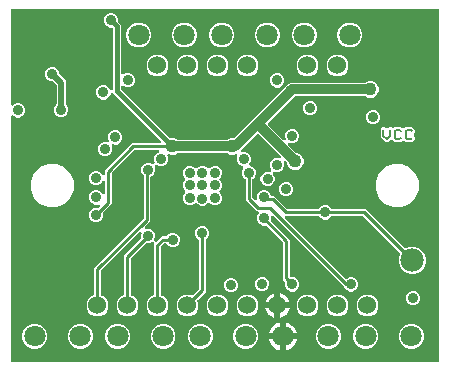
<source format=gbr>
G04 EAGLE Gerber RS-274X export*
G75*
%MOMM*%
%FSLAX34Y34*%
%LPD*%
%INCopper Layer 2*%
%IPPOS*%
%AMOC8*
5,1,8,0,0,1.08239X$1,22.5*%
G01*
%ADD10C,0.177800*%
%ADD11C,1.981200*%
%ADD12C,1.524000*%
%ADD13C,1.800000*%
%ADD14C,0.889000*%
%ADD15C,0.812800*%
%ADD16C,0.406400*%
%ADD17C,0.254000*%
%ADD18C,1.108000*%
%ADD19C,0.508000*%

G36*
X364354Y2810D02*
X364354Y2810D01*
X364473Y2817D01*
X364511Y2830D01*
X364552Y2835D01*
X364662Y2878D01*
X364775Y2915D01*
X364810Y2937D01*
X364847Y2952D01*
X364943Y3021D01*
X365044Y3085D01*
X365072Y3115D01*
X365105Y3138D01*
X365181Y3230D01*
X365262Y3317D01*
X365282Y3352D01*
X365307Y3383D01*
X365358Y3491D01*
X365416Y3595D01*
X365426Y3635D01*
X365443Y3671D01*
X365465Y3788D01*
X365495Y3903D01*
X365499Y3963D01*
X365503Y3983D01*
X365501Y4004D01*
X365505Y4064D01*
X365505Y300736D01*
X365490Y300854D01*
X365483Y300973D01*
X365470Y301011D01*
X365465Y301052D01*
X365422Y301162D01*
X365385Y301275D01*
X365363Y301310D01*
X365348Y301347D01*
X365279Y301443D01*
X365215Y301544D01*
X365185Y301572D01*
X365162Y301605D01*
X365070Y301681D01*
X364983Y301762D01*
X364948Y301782D01*
X364917Y301807D01*
X364809Y301858D01*
X364705Y301916D01*
X364665Y301926D01*
X364629Y301943D01*
X364512Y301965D01*
X364397Y301995D01*
X364337Y301999D01*
X364317Y302003D01*
X364296Y302001D01*
X364236Y302005D01*
X4064Y302005D01*
X3946Y301990D01*
X3827Y301983D01*
X3789Y301970D01*
X3748Y301965D01*
X3638Y301922D01*
X3525Y301885D01*
X3490Y301863D01*
X3453Y301848D01*
X3357Y301779D01*
X3256Y301715D01*
X3228Y301685D01*
X3195Y301662D01*
X3119Y301570D01*
X3038Y301483D01*
X3018Y301448D01*
X2993Y301417D01*
X2942Y301309D01*
X2884Y301205D01*
X2874Y301165D01*
X2857Y301129D01*
X2835Y301012D01*
X2805Y300897D01*
X2801Y300837D01*
X2797Y300817D01*
X2799Y300796D01*
X2795Y300736D01*
X2795Y221311D01*
X2812Y221173D01*
X2825Y221035D01*
X2832Y221016D01*
X2835Y220996D01*
X2886Y220866D01*
X2933Y220736D01*
X2944Y220719D01*
X2952Y220700D01*
X3033Y220588D01*
X3111Y220473D01*
X3127Y220459D01*
X3138Y220443D01*
X3246Y220354D01*
X3350Y220262D01*
X3368Y220253D01*
X3383Y220240D01*
X3509Y220181D01*
X3633Y220118D01*
X3653Y220113D01*
X3671Y220105D01*
X3808Y220078D01*
X3943Y220048D01*
X3964Y220049D01*
X3983Y220045D01*
X4122Y220053D01*
X4261Y220058D01*
X4281Y220063D01*
X4301Y220064D01*
X4433Y220107D01*
X4567Y220146D01*
X4584Y220156D01*
X4603Y220163D01*
X4721Y220237D01*
X4841Y220308D01*
X4862Y220326D01*
X4872Y220333D01*
X4886Y220348D01*
X4961Y220414D01*
X5508Y220961D01*
X7703Y221870D01*
X10077Y221870D01*
X12272Y220961D01*
X13951Y219282D01*
X14860Y217087D01*
X14860Y214713D01*
X13951Y212518D01*
X12272Y210839D01*
X10077Y209930D01*
X7703Y209930D01*
X5508Y210839D01*
X4961Y211386D01*
X4852Y211471D01*
X4745Y211560D01*
X4726Y211569D01*
X4710Y211581D01*
X4582Y211636D01*
X4457Y211695D01*
X4437Y211699D01*
X4418Y211707D01*
X4280Y211729D01*
X4144Y211755D01*
X4124Y211754D01*
X4104Y211757D01*
X3965Y211744D01*
X3827Y211736D01*
X3808Y211729D01*
X3788Y211727D01*
X3657Y211680D01*
X3525Y211637D01*
X3507Y211627D01*
X3488Y211620D01*
X3374Y211542D01*
X3256Y211467D01*
X3242Y211453D01*
X3225Y211441D01*
X3133Y211337D01*
X3038Y211236D01*
X3028Y211218D01*
X3015Y211203D01*
X2952Y211079D01*
X2884Y210957D01*
X2879Y210938D01*
X2870Y210920D01*
X2840Y210783D01*
X2805Y210649D01*
X2803Y210621D01*
X2800Y210609D01*
X2801Y210589D01*
X2795Y210489D01*
X2795Y4064D01*
X2810Y3946D01*
X2817Y3827D01*
X2830Y3789D01*
X2835Y3748D01*
X2878Y3638D01*
X2915Y3525D01*
X2937Y3490D01*
X2952Y3453D01*
X3021Y3357D01*
X3085Y3256D01*
X3115Y3228D01*
X3138Y3195D01*
X3230Y3119D01*
X3317Y3038D01*
X3352Y3018D01*
X3383Y2993D01*
X3491Y2942D01*
X3595Y2884D01*
X3635Y2874D01*
X3671Y2857D01*
X3788Y2835D01*
X3903Y2805D01*
X3963Y2801D01*
X3983Y2797D01*
X4004Y2799D01*
X4064Y2795D01*
X364236Y2795D01*
X364354Y2810D01*
G37*
%LPC*%
G36*
X74381Y41655D02*
X74381Y41655D01*
X71020Y43047D01*
X68447Y45620D01*
X67055Y48981D01*
X67055Y52619D01*
X68447Y55980D01*
X71020Y58553D01*
X72622Y59216D01*
X72647Y59231D01*
X72675Y59240D01*
X72785Y59309D01*
X72898Y59374D01*
X72919Y59394D01*
X72944Y59410D01*
X73033Y59505D01*
X73126Y59595D01*
X73142Y59620D01*
X73162Y59642D01*
X73225Y59755D01*
X73293Y59866D01*
X73301Y59894D01*
X73316Y59920D01*
X73348Y60046D01*
X73386Y60170D01*
X73388Y60199D01*
X73395Y60228D01*
X73405Y60389D01*
X73405Y82438D01*
X114944Y123976D01*
X115004Y124054D01*
X115072Y124126D01*
X115101Y124179D01*
X115138Y124227D01*
X115178Y124318D01*
X115226Y124405D01*
X115241Y124463D01*
X115265Y124519D01*
X115280Y124617D01*
X115305Y124713D01*
X115311Y124813D01*
X115315Y124833D01*
X115313Y124845D01*
X115315Y124873D01*
X115315Y160959D01*
X115303Y161057D01*
X115300Y161156D01*
X115283Y161214D01*
X115275Y161274D01*
X115239Y161366D01*
X115211Y161461D01*
X115181Y161513D01*
X115158Y161570D01*
X115100Y161650D01*
X115050Y161735D01*
X114984Y161811D01*
X114972Y161827D01*
X114962Y161835D01*
X114944Y161856D01*
X114319Y162480D01*
X113410Y164675D01*
X113410Y167049D01*
X114319Y169244D01*
X115998Y170923D01*
X118193Y171832D01*
X120567Y171832D01*
X122931Y170853D01*
X123065Y170816D01*
X123198Y170775D01*
X123218Y170774D01*
X123237Y170769D01*
X123377Y170767D01*
X123515Y170760D01*
X123535Y170764D01*
X123555Y170764D01*
X123691Y170797D01*
X123827Y170824D01*
X123845Y170833D01*
X123865Y170838D01*
X123988Y170903D01*
X124112Y170964D01*
X124128Y170977D01*
X124146Y170987D01*
X124249Y171080D01*
X124354Y171171D01*
X124366Y171187D01*
X124381Y171201D01*
X124458Y171317D01*
X124537Y171431D01*
X124545Y171449D01*
X124556Y171466D01*
X124601Y171598D01*
X124650Y171728D01*
X124652Y171748D01*
X124659Y171767D01*
X124670Y171906D01*
X124685Y172044D01*
X124683Y172064D01*
X124684Y172084D01*
X124660Y172221D01*
X124641Y172359D01*
X124632Y172385D01*
X124630Y172398D01*
X124621Y172416D01*
X124589Y172511D01*
X124205Y173438D01*
X124205Y175812D01*
X125114Y178007D01*
X126793Y179686D01*
X127994Y180183D01*
X128055Y180218D01*
X128120Y180244D01*
X128193Y180296D01*
X128271Y180341D01*
X128321Y180389D01*
X128377Y180430D01*
X128435Y180500D01*
X128499Y180562D01*
X128536Y180622D01*
X128580Y180675D01*
X128618Y180757D01*
X128665Y180833D01*
X128686Y180900D01*
X128716Y180963D01*
X128733Y181051D01*
X128759Y181137D01*
X128762Y181207D01*
X128775Y181276D01*
X128770Y181365D01*
X128774Y181455D01*
X128760Y181523D01*
X128756Y181593D01*
X128728Y181678D01*
X128710Y181766D01*
X128679Y181829D01*
X128658Y181895D01*
X128610Y181971D01*
X128570Y182052D01*
X128525Y182105D01*
X128488Y182164D01*
X128422Y182226D01*
X128364Y182294D01*
X128307Y182334D01*
X128256Y182382D01*
X128177Y182425D01*
X128104Y182477D01*
X128038Y182502D01*
X127977Y182536D01*
X127891Y182558D01*
X127806Y182590D01*
X127737Y182598D01*
X127669Y182615D01*
X127509Y182625D01*
X108363Y182625D01*
X108265Y182613D01*
X108166Y182610D01*
X108108Y182593D01*
X108048Y182585D01*
X107956Y182549D01*
X107861Y182521D01*
X107808Y182491D01*
X107752Y182468D01*
X107672Y182410D01*
X107587Y182360D01*
X107511Y182294D01*
X107495Y182282D01*
X107487Y182272D01*
X107466Y182254D01*
X88510Y163298D01*
X88450Y163220D01*
X88382Y163148D01*
X88353Y163095D01*
X88316Y163047D01*
X88276Y162956D01*
X88228Y162869D01*
X88213Y162811D01*
X88189Y162755D01*
X88174Y162657D01*
X88149Y162561D01*
X88143Y162461D01*
X88139Y162441D01*
X88141Y162429D01*
X88139Y162401D01*
X88139Y136764D01*
X86130Y134756D01*
X81002Y129628D01*
X80984Y129605D01*
X80962Y129586D01*
X80887Y129480D01*
X80807Y129377D01*
X80796Y129350D01*
X80779Y129326D01*
X80733Y129204D01*
X80681Y129085D01*
X80676Y129056D01*
X80666Y129028D01*
X80652Y128899D01*
X80631Y128771D01*
X80634Y128741D01*
X80631Y128712D01*
X80646Y128606D01*
X80646Y126067D01*
X79737Y123872D01*
X78058Y122193D01*
X75863Y121284D01*
X73489Y121284D01*
X71294Y122193D01*
X69615Y123872D01*
X68706Y126067D01*
X68706Y128441D01*
X69615Y130636D01*
X71294Y132315D01*
X73489Y133224D01*
X75965Y133224D01*
X75974Y133221D01*
X76003Y133221D01*
X76032Y133214D01*
X76162Y133218D01*
X76292Y133216D01*
X76320Y133223D01*
X76350Y133224D01*
X76474Y133260D01*
X76601Y133290D01*
X76627Y133304D01*
X76655Y133312D01*
X76767Y133378D01*
X76882Y133439D01*
X76904Y133459D01*
X76929Y133474D01*
X77050Y133580D01*
X77789Y134320D01*
X77832Y134375D01*
X77882Y134423D01*
X77929Y134500D01*
X77984Y134571D01*
X78012Y134635D01*
X78049Y134695D01*
X78075Y134780D01*
X78111Y134863D01*
X78122Y134932D01*
X78142Y134999D01*
X78146Y135088D01*
X78161Y135177D01*
X78154Y135247D01*
X78157Y135316D01*
X78139Y135404D01*
X78131Y135494D01*
X78107Y135559D01*
X78093Y135628D01*
X78054Y135708D01*
X78023Y135793D01*
X77984Y135851D01*
X77953Y135913D01*
X77895Y135982D01*
X77845Y136056D01*
X77792Y136102D01*
X77747Y136155D01*
X77674Y136207D01*
X77606Y136267D01*
X77544Y136298D01*
X77487Y136338D01*
X77403Y136370D01*
X77323Y136411D01*
X77255Y136426D01*
X77190Y136451D01*
X77100Y136461D01*
X77013Y136481D01*
X76943Y136479D01*
X76873Y136486D01*
X76784Y136474D01*
X76695Y136471D01*
X76628Y136452D01*
X76559Y136442D01*
X76406Y136390D01*
X76117Y136270D01*
X73743Y136270D01*
X71548Y137179D01*
X69869Y138858D01*
X68960Y141053D01*
X68960Y143427D01*
X69869Y145622D01*
X71548Y147301D01*
X73743Y148210D01*
X76117Y148210D01*
X78312Y147301D01*
X79991Y145622D01*
X80107Y145340D01*
X80142Y145280D01*
X80168Y145215D01*
X80220Y145142D01*
X80265Y145064D01*
X80313Y145014D01*
X80354Y144957D01*
X80424Y144900D01*
X80486Y144836D01*
X80546Y144799D01*
X80599Y144755D01*
X80681Y144716D01*
X80757Y144669D01*
X80824Y144649D01*
X80887Y144619D01*
X80975Y144602D01*
X81061Y144576D01*
X81131Y144572D01*
X81200Y144559D01*
X81289Y144565D01*
X81379Y144561D01*
X81447Y144575D01*
X81517Y144579D01*
X81602Y144607D01*
X81690Y144625D01*
X81753Y144656D01*
X81819Y144677D01*
X81895Y144725D01*
X81976Y144765D01*
X82029Y144810D01*
X82088Y144847D01*
X82150Y144913D01*
X82218Y144971D01*
X82258Y145028D01*
X82306Y145079D01*
X82349Y145158D01*
X82401Y145231D01*
X82426Y145296D01*
X82460Y145357D01*
X82482Y145444D01*
X82514Y145528D01*
X82522Y145598D01*
X82539Y145665D01*
X82549Y145826D01*
X82549Y155164D01*
X82541Y155233D01*
X82542Y155303D01*
X82521Y155390D01*
X82509Y155479D01*
X82484Y155544D01*
X82467Y155612D01*
X82425Y155692D01*
X82392Y155775D01*
X82351Y155832D01*
X82319Y155893D01*
X82258Y155960D01*
X82206Y156033D01*
X82152Y156077D01*
X82105Y156129D01*
X82030Y156178D01*
X81961Y156235D01*
X81898Y156265D01*
X81839Y156303D01*
X81754Y156333D01*
X81673Y156371D01*
X81604Y156384D01*
X81538Y156407D01*
X81449Y156414D01*
X81361Y156431D01*
X81291Y156426D01*
X81221Y156432D01*
X81133Y156416D01*
X81043Y156411D01*
X80977Y156389D01*
X80908Y156377D01*
X80826Y156341D01*
X80741Y156313D01*
X80682Y156276D01*
X80618Y156247D01*
X80548Y156191D01*
X80472Y156143D01*
X80424Y156092D01*
X80370Y156048D01*
X80316Y155977D01*
X80254Y155911D01*
X80220Y155850D01*
X80178Y155794D01*
X80107Y155650D01*
X79991Y155368D01*
X78312Y153689D01*
X76117Y152780D01*
X73743Y152780D01*
X71548Y153689D01*
X69869Y155368D01*
X68960Y157563D01*
X68960Y159937D01*
X69869Y162132D01*
X71548Y163811D01*
X73743Y164720D01*
X76117Y164720D01*
X78312Y163811D01*
X79991Y162132D01*
X80107Y161850D01*
X80142Y161790D01*
X80168Y161725D01*
X80220Y161652D01*
X80265Y161574D01*
X80313Y161524D01*
X80354Y161467D01*
X80424Y161410D01*
X80486Y161346D01*
X80546Y161309D01*
X80599Y161265D01*
X80681Y161226D01*
X80757Y161179D01*
X80824Y161159D01*
X80887Y161129D01*
X80975Y161112D01*
X81061Y161086D01*
X81131Y161082D01*
X81200Y161069D01*
X81289Y161075D01*
X81379Y161071D01*
X81447Y161085D01*
X81517Y161089D01*
X81602Y161117D01*
X81690Y161135D01*
X81753Y161166D01*
X81819Y161187D01*
X81895Y161235D01*
X81976Y161275D01*
X82029Y161320D01*
X82088Y161357D01*
X82150Y161423D01*
X82218Y161481D01*
X82258Y161538D01*
X82306Y161589D01*
X82349Y161668D01*
X82401Y161741D01*
X82426Y161806D01*
X82460Y161867D01*
X82482Y161954D01*
X82514Y162038D01*
X82522Y162108D01*
X82539Y162175D01*
X82549Y162336D01*
X82549Y165242D01*
X105522Y188215D01*
X128811Y188215D01*
X128949Y188232D01*
X129087Y188245D01*
X129107Y188252D01*
X129127Y188255D01*
X129256Y188306D01*
X129387Y188353D01*
X129404Y188364D01*
X129422Y188372D01*
X129535Y188453D01*
X129650Y188531D01*
X129663Y188547D01*
X129680Y188558D01*
X129768Y188666D01*
X129860Y188770D01*
X129870Y188788D01*
X129882Y188803D01*
X129942Y188929D01*
X130005Y189053D01*
X130009Y189073D01*
X130018Y189091D01*
X130044Y189227D01*
X130075Y189363D01*
X130074Y189384D01*
X130078Y189403D01*
X130069Y189542D01*
X130065Y189681D01*
X130059Y189701D01*
X130058Y189721D01*
X130015Y189853D01*
X129977Y189987D01*
X129966Y190004D01*
X129960Y190023D01*
X129886Y190141D01*
X129815Y190261D01*
X129796Y190282D01*
X129790Y190292D01*
X129775Y190306D01*
X129709Y190381D01*
X89416Y230674D01*
X89307Y230759D01*
X89200Y230847D01*
X89181Y230856D01*
X89165Y230869D01*
X89037Y230924D01*
X88912Y230983D01*
X88892Y230987D01*
X88873Y230995D01*
X88735Y231017D01*
X88599Y231043D01*
X88579Y231042D01*
X88559Y231045D01*
X88420Y231032D01*
X88282Y231023D01*
X88263Y231017D01*
X88243Y231015D01*
X88111Y230968D01*
X87980Y230925D01*
X87962Y230914D01*
X87943Y230907D01*
X87828Y230829D01*
X87711Y230755D01*
X87697Y230740D01*
X87680Y230729D01*
X87588Y230625D01*
X87493Y230523D01*
X87483Y230505D01*
X87470Y230490D01*
X87406Y230366D01*
X87339Y230245D01*
X87334Y230225D01*
X87325Y230207D01*
X87295Y230071D01*
X87288Y230044D01*
X86341Y227758D01*
X84662Y226079D01*
X82467Y225170D01*
X80093Y225170D01*
X77898Y226079D01*
X76219Y227758D01*
X75310Y229953D01*
X75310Y232327D01*
X76219Y234522D01*
X77898Y236201D01*
X80093Y237110D01*
X82467Y237110D01*
X84662Y236201D01*
X86341Y234522D01*
X86711Y233627D01*
X86746Y233566D01*
X86772Y233502D01*
X86824Y233429D01*
X86869Y233351D01*
X86917Y233301D01*
X86958Y233244D01*
X87028Y233187D01*
X87090Y233122D01*
X87150Y233086D01*
X87203Y233041D01*
X87285Y233003D01*
X87361Y232956D01*
X87428Y232936D01*
X87491Y232906D01*
X87579Y232889D01*
X87665Y232863D01*
X87735Y232859D01*
X87804Y232846D01*
X87893Y232852D01*
X87983Y232847D01*
X88051Y232862D01*
X88121Y232866D01*
X88206Y232894D01*
X88294Y232912D01*
X88357Y232942D01*
X88423Y232964D01*
X88499Y233012D01*
X88580Y233051D01*
X88633Y233097D01*
X88692Y233134D01*
X88754Y233200D01*
X88822Y233258D01*
X88862Y233315D01*
X88910Y233366D01*
X88953Y233444D01*
X89005Y233518D01*
X89030Y233583D01*
X89064Y233644D01*
X89086Y233731D01*
X89118Y233815D01*
X89126Y233885D01*
X89143Y233952D01*
X89153Y234113D01*
X89153Y284861D01*
X89138Y284979D01*
X89131Y285098D01*
X89118Y285136D01*
X89113Y285177D01*
X89070Y285287D01*
X89033Y285400D01*
X89011Y285435D01*
X88996Y285472D01*
X88927Y285568D01*
X88863Y285669D01*
X88833Y285697D01*
X88810Y285730D01*
X88718Y285806D01*
X88631Y285887D01*
X88596Y285907D01*
X88565Y285932D01*
X88457Y285983D01*
X88353Y286041D01*
X88313Y286051D01*
X88277Y286068D01*
X88160Y286090D01*
X88045Y286120D01*
X87985Y286124D01*
X87965Y286128D01*
X87944Y286126D01*
X87884Y286130D01*
X86443Y286130D01*
X84248Y287039D01*
X82569Y288718D01*
X81660Y290913D01*
X81660Y293287D01*
X82569Y295482D01*
X84248Y297161D01*
X86443Y298070D01*
X88817Y298070D01*
X91012Y297161D01*
X92691Y295482D01*
X93600Y293287D01*
X93600Y291686D01*
X93612Y291588D01*
X93615Y291489D01*
X93632Y291431D01*
X93640Y291370D01*
X93676Y291278D01*
X93704Y291183D01*
X93734Y291131D01*
X93757Y291075D01*
X93815Y290995D01*
X93865Y290909D01*
X93931Y290834D01*
X93943Y290817D01*
X93953Y290810D01*
X93971Y290788D01*
X96267Y288493D01*
X96267Y247473D01*
X96284Y247336D01*
X96297Y247197D01*
X96304Y247178D01*
X96307Y247158D01*
X96358Y247029D01*
X96405Y246898D01*
X96416Y246881D01*
X96424Y246862D01*
X96505Y246750D01*
X96583Y246635D01*
X96599Y246621D01*
X96610Y246605D01*
X96718Y246516D01*
X96822Y246424D01*
X96840Y246415D01*
X96855Y246402D01*
X96981Y246343D01*
X97105Y246280D01*
X97125Y246275D01*
X97143Y246267D01*
X97280Y246240D01*
X97415Y246210D01*
X97436Y246211D01*
X97455Y246207D01*
X97594Y246215D01*
X97733Y246220D01*
X97753Y246225D01*
X97773Y246226D01*
X97905Y246269D01*
X98039Y246308D01*
X98056Y246318D01*
X98075Y246325D01*
X98193Y246399D01*
X98313Y246470D01*
X98334Y246488D01*
X98344Y246495D01*
X98358Y246510D01*
X98434Y246576D01*
X98473Y246615D01*
X100667Y247524D01*
X103041Y247524D01*
X105236Y246615D01*
X106915Y244936D01*
X107824Y242741D01*
X107824Y240367D01*
X106915Y238172D01*
X105236Y236493D01*
X103041Y235584D01*
X100667Y235584D01*
X98473Y236493D01*
X98434Y236532D01*
X98324Y236617D01*
X98217Y236706D01*
X98198Y236715D01*
X98182Y236727D01*
X98055Y236782D01*
X97929Y236841D01*
X97909Y236845D01*
X97890Y236853D01*
X97753Y236875D01*
X97616Y236901D01*
X97596Y236900D01*
X97576Y236903D01*
X97438Y236890D01*
X97299Y236882D01*
X97280Y236875D01*
X97260Y236873D01*
X97129Y236826D01*
X96997Y236783D01*
X96979Y236773D01*
X96960Y236766D01*
X96846Y236688D01*
X96728Y236613D01*
X96714Y236599D01*
X96697Y236587D01*
X96605Y236483D01*
X96510Y236382D01*
X96500Y236364D01*
X96487Y236349D01*
X96424Y236225D01*
X96356Y236103D01*
X96351Y236084D01*
X96342Y236066D01*
X96312Y235930D01*
X96277Y235795D01*
X96275Y235767D01*
X96272Y235755D01*
X96273Y235735D01*
X96267Y235635D01*
X96267Y234409D01*
X96279Y234311D01*
X96282Y234212D01*
X96299Y234154D01*
X96307Y234093D01*
X96343Y234001D01*
X96371Y233906D01*
X96401Y233854D01*
X96424Y233798D01*
X96482Y233718D01*
X96532Y233632D01*
X96598Y233557D01*
X96610Y233540D01*
X96620Y233533D01*
X96638Y233511D01*
X137293Y192856D01*
X137372Y192796D01*
X137444Y192728D01*
X137497Y192699D01*
X137545Y192662D01*
X137636Y192622D01*
X137722Y192574D01*
X137781Y192559D01*
X137837Y192535D01*
X137935Y192520D01*
X138030Y192495D01*
X138130Y192489D01*
X138151Y192485D01*
X138163Y192487D01*
X138191Y192485D01*
X141105Y192485D01*
X143702Y191409D01*
X143731Y191380D01*
X143809Y191320D01*
X143881Y191252D01*
X143934Y191223D01*
X143982Y191186D01*
X144073Y191146D01*
X144159Y191098D01*
X144218Y191083D01*
X144274Y191059D01*
X144372Y191044D01*
X144467Y191019D01*
X144567Y191013D01*
X144588Y191009D01*
X144600Y191011D01*
X144628Y191009D01*
X185572Y191009D01*
X185670Y191021D01*
X185769Y191024D01*
X185827Y191041D01*
X185887Y191049D01*
X185980Y191085D01*
X186075Y191113D01*
X186127Y191143D01*
X186183Y191166D01*
X186263Y191224D01*
X186349Y191274D01*
X186424Y191340D01*
X186441Y191352D01*
X186448Y191362D01*
X186469Y191380D01*
X186498Y191409D01*
X189095Y192485D01*
X191675Y192485D01*
X191774Y192497D01*
X191873Y192500D01*
X191931Y192517D01*
X191991Y192525D01*
X192083Y192561D01*
X192178Y192589D01*
X192230Y192619D01*
X192287Y192642D01*
X192367Y192700D01*
X192452Y192750D01*
X192527Y192816D01*
X192544Y192828D01*
X192552Y192838D01*
X192573Y192856D01*
X207174Y207457D01*
X238134Y238418D01*
X240188Y239269D01*
X302412Y239269D01*
X302510Y239281D01*
X302609Y239284D01*
X302667Y239301D01*
X302727Y239309D01*
X302820Y239345D01*
X302915Y239373D01*
X302967Y239403D01*
X303023Y239426D01*
X303103Y239484D01*
X303189Y239534D01*
X303264Y239600D01*
X303281Y239612D01*
X303288Y239622D01*
X303309Y239640D01*
X303338Y239669D01*
X305935Y240745D01*
X308745Y240745D01*
X311342Y239669D01*
X313329Y237682D01*
X314405Y235085D01*
X314405Y232275D01*
X313329Y229678D01*
X311342Y227691D01*
X308745Y226615D01*
X305935Y226615D01*
X303338Y227691D01*
X303309Y227720D01*
X303231Y227780D01*
X303159Y227848D01*
X303106Y227877D01*
X303058Y227914D01*
X302967Y227954D01*
X302881Y228002D01*
X302822Y228017D01*
X302766Y228041D01*
X302668Y228056D01*
X302573Y228081D01*
X302473Y228087D01*
X302452Y228091D01*
X302440Y228089D01*
X302412Y228091D01*
X244141Y228091D01*
X244042Y228079D01*
X243943Y228076D01*
X243885Y228059D01*
X243825Y228051D01*
X243733Y228015D01*
X243638Y227987D01*
X243586Y227957D01*
X243529Y227934D01*
X243449Y227876D01*
X243364Y227826D01*
X243289Y227760D01*
X243272Y227748D01*
X243264Y227738D01*
X243243Y227720D01*
X220891Y205368D01*
X220818Y205273D01*
X220739Y205184D01*
X220721Y205148D01*
X220696Y205116D01*
X220649Y205007D01*
X220595Y204901D01*
X220586Y204862D01*
X220570Y204824D01*
X220551Y204707D01*
X220525Y204591D01*
X220526Y204550D01*
X220520Y204510D01*
X220531Y204392D01*
X220535Y204273D01*
X220546Y204234D01*
X220550Y204194D01*
X220590Y204081D01*
X220623Y203967D01*
X220644Y203933D01*
X220657Y203894D01*
X220724Y203796D01*
X220785Y203693D01*
X220825Y203648D01*
X220836Y203631D01*
X220851Y203618D01*
X220891Y203573D01*
X233639Y190825D01*
X233694Y190782D01*
X233743Y190732D01*
X233819Y190685D01*
X233890Y190630D01*
X233954Y190602D01*
X234014Y190565D01*
X234100Y190539D01*
X234182Y190503D01*
X234251Y190492D01*
X234318Y190472D01*
X234407Y190468D01*
X234496Y190453D01*
X234566Y190460D01*
X234635Y190457D01*
X234723Y190475D01*
X234813Y190483D01*
X234879Y190507D01*
X234947Y190521D01*
X235028Y190560D01*
X235112Y190591D01*
X235170Y190630D01*
X235233Y190661D01*
X235301Y190719D01*
X235375Y190769D01*
X235421Y190822D01*
X235475Y190867D01*
X235526Y190941D01*
X235586Y191008D01*
X235618Y191070D01*
X235658Y191127D01*
X235690Y191211D01*
X235730Y191291D01*
X235746Y191359D01*
X235770Y191425D01*
X235780Y191514D01*
X235800Y191601D01*
X235798Y191671D01*
X235806Y191741D01*
X235793Y191830D01*
X235790Y191919D01*
X235771Y191986D01*
X235761Y192055D01*
X235709Y192208D01*
X235330Y193123D01*
X235330Y195497D01*
X236239Y197692D01*
X237918Y199371D01*
X240113Y200280D01*
X242487Y200280D01*
X244682Y199371D01*
X246361Y197692D01*
X247270Y195497D01*
X247270Y193123D01*
X246361Y190928D01*
X244682Y189249D01*
X242487Y188340D01*
X240113Y188340D01*
X239198Y188719D01*
X239131Y188738D01*
X239066Y188765D01*
X238978Y188779D01*
X238891Y188803D01*
X238821Y188804D01*
X238752Y188815D01*
X238663Y188807D01*
X238573Y188808D01*
X238505Y188792D01*
X238436Y188785D01*
X238351Y188755D01*
X238264Y188734D01*
X238202Y188701D01*
X238136Y188678D01*
X238062Y188627D01*
X237983Y188585D01*
X237931Y188538D01*
X237873Y188499D01*
X237814Y188432D01*
X237747Y188371D01*
X237709Y188313D01*
X237663Y188261D01*
X237622Y188181D01*
X237573Y188106D01*
X237550Y188040D01*
X237518Y187978D01*
X237499Y187890D01*
X237469Y187805D01*
X237464Y187735D01*
X237449Y187667D01*
X237451Y187578D01*
X237444Y187488D01*
X237456Y187419D01*
X237458Y187349D01*
X237483Y187263D01*
X237499Y187175D01*
X237527Y187111D01*
X237547Y187044D01*
X237592Y186966D01*
X237629Y186885D01*
X237673Y186830D01*
X237708Y186770D01*
X237815Y186649D01*
X244307Y180156D01*
X244385Y180096D01*
X244458Y180028D01*
X244511Y179999D01*
X244558Y179962D01*
X244649Y179922D01*
X244736Y179874D01*
X244795Y179859D01*
X244850Y179835D01*
X244948Y179820D01*
X245044Y179795D01*
X245144Y179789D01*
X245164Y179785D01*
X245177Y179787D01*
X245205Y179785D01*
X245245Y179785D01*
X247842Y178709D01*
X249829Y176722D01*
X250905Y174125D01*
X250905Y171315D01*
X249829Y168718D01*
X247842Y166731D01*
X245245Y165655D01*
X242435Y165655D01*
X239838Y166731D01*
X237851Y168718D01*
X236775Y171315D01*
X236775Y171355D01*
X236763Y171454D01*
X236760Y171553D01*
X236743Y171611D01*
X236735Y171671D01*
X236699Y171763D01*
X236671Y171858D01*
X236641Y171910D01*
X236618Y171967D01*
X236560Y172047D01*
X236510Y172132D01*
X236444Y172207D01*
X236432Y172224D01*
X236422Y172232D01*
X236404Y172253D01*
X235933Y172724D01*
X235877Y172767D01*
X235829Y172817D01*
X235752Y172864D01*
X235681Y172919D01*
X235617Y172946D01*
X235558Y172983D01*
X235472Y173009D01*
X235389Y173045D01*
X235320Y173056D01*
X235254Y173077D01*
X235164Y173081D01*
X235075Y173095D01*
X235006Y173088D01*
X234936Y173092D01*
X234848Y173074D01*
X234759Y173065D01*
X234693Y173041D01*
X234625Y173027D01*
X234544Y172988D01*
X234459Y172958D01*
X234402Y172918D01*
X234339Y172888D01*
X234271Y172829D01*
X234196Y172779D01*
X234150Y172727D01*
X234097Y172681D01*
X234045Y172608D01*
X233986Y172540D01*
X233954Y172478D01*
X233914Y172421D01*
X233882Y172337D01*
X233841Y172257D01*
X233826Y172189D01*
X233801Y172124D01*
X233791Y172035D01*
X233772Y171947D01*
X233774Y171877D01*
X233766Y171808D01*
X233778Y171719D01*
X233781Y171629D01*
X233801Y171562D01*
X233810Y171493D01*
X233862Y171341D01*
X234062Y170859D01*
X234062Y168485D01*
X233153Y166290D01*
X231474Y164611D01*
X229279Y163702D01*
X226905Y163702D01*
X226476Y163880D01*
X226409Y163898D01*
X226345Y163926D01*
X226256Y163940D01*
X226169Y163964D01*
X226100Y163965D01*
X226031Y163976D01*
X225941Y163967D01*
X225851Y163969D01*
X225784Y163953D01*
X225714Y163946D01*
X225629Y163916D01*
X225542Y163895D01*
X225480Y163862D01*
X225415Y163838D01*
X225340Y163788D01*
X225261Y163746D01*
X225209Y163699D01*
X225152Y163660D01*
X225092Y163592D01*
X225026Y163532D01*
X224987Y163474D01*
X224941Y163421D01*
X224900Y163341D01*
X224851Y163266D01*
X224828Y163200D01*
X224796Y163138D01*
X224777Y163051D01*
X224748Y162966D01*
X224742Y162896D01*
X224727Y162828D01*
X224730Y162738D01*
X224722Y162649D01*
X224734Y162580D01*
X224736Y162510D01*
X224761Y162424D01*
X224777Y162335D01*
X224805Y162272D01*
X224825Y162204D01*
X224871Y162127D01*
X224907Y162045D01*
X224951Y161991D01*
X224986Y161931D01*
X225093Y161810D01*
X225279Y161624D01*
X226188Y159429D01*
X226188Y157055D01*
X225279Y154860D01*
X223600Y153181D01*
X221405Y152272D01*
X219031Y152272D01*
X216836Y153181D01*
X215157Y154860D01*
X214248Y157055D01*
X214248Y159429D01*
X215157Y161624D01*
X216836Y163303D01*
X219031Y164212D01*
X221405Y164212D01*
X221834Y164034D01*
X221901Y164016D01*
X221965Y163988D01*
X222054Y163974D01*
X222141Y163950D01*
X222210Y163949D01*
X222279Y163938D01*
X222369Y163947D01*
X222459Y163945D01*
X222527Y163962D01*
X222596Y163968D01*
X222681Y163998D01*
X222768Y164019D01*
X222830Y164052D01*
X222895Y164076D01*
X222970Y164126D01*
X223049Y164168D01*
X223101Y164215D01*
X223159Y164254D01*
X223218Y164322D01*
X223284Y164382D01*
X223323Y164440D01*
X223369Y164493D01*
X223410Y164573D01*
X223459Y164648D01*
X223482Y164714D01*
X223514Y164776D01*
X223533Y164864D01*
X223562Y164949D01*
X223568Y165018D01*
X223583Y165086D01*
X223580Y165176D01*
X223588Y165266D01*
X223576Y165335D01*
X223574Y165404D01*
X223549Y165490D01*
X223533Y165579D01*
X223505Y165642D01*
X223485Y165710D01*
X223439Y165787D01*
X223403Y165869D01*
X223359Y165923D01*
X223324Y165984D01*
X223217Y166104D01*
X223031Y166290D01*
X222122Y168485D01*
X222122Y170859D01*
X223031Y173054D01*
X224710Y174733D01*
X226905Y175642D01*
X229279Y175642D01*
X229761Y175442D01*
X229828Y175424D01*
X229892Y175396D01*
X229981Y175382D01*
X230067Y175358D01*
X230137Y175357D01*
X230206Y175346D01*
X230296Y175355D01*
X230385Y175353D01*
X230453Y175370D01*
X230523Y175376D01*
X230607Y175407D01*
X230695Y175428D01*
X230756Y175460D01*
X230822Y175484D01*
X230896Y175534D01*
X230976Y175576D01*
X231027Y175623D01*
X231085Y175662D01*
X231144Y175730D01*
X231211Y175790D01*
X231249Y175849D01*
X231296Y175901D01*
X231336Y175981D01*
X231386Y176056D01*
X231408Y176122D01*
X231440Y176184D01*
X231460Y176272D01*
X231489Y176357D01*
X231495Y176426D01*
X231510Y176494D01*
X231507Y176584D01*
X231514Y176674D01*
X231502Y176742D01*
X231500Y176812D01*
X231475Y176899D01*
X231460Y176987D01*
X231431Y177051D01*
X231412Y177118D01*
X231366Y177195D01*
X231329Y177277D01*
X231286Y177332D01*
X231250Y177392D01*
X231144Y177513D01*
X212987Y195669D01*
X212893Y195742D01*
X212804Y195821D01*
X212768Y195839D01*
X212736Y195864D01*
X212627Y195911D01*
X212521Y195965D01*
X212482Y195974D01*
X212444Y195990D01*
X212327Y196009D01*
X212211Y196035D01*
X212170Y196034D01*
X212130Y196040D01*
X212012Y196029D01*
X211893Y196025D01*
X211854Y196014D01*
X211814Y196010D01*
X211701Y195970D01*
X211587Y195937D01*
X211552Y195916D01*
X211514Y195903D01*
X211416Y195836D01*
X211313Y195775D01*
X211268Y195735D01*
X211251Y195724D01*
X211238Y195709D01*
X211192Y195669D01*
X198285Y182761D01*
X198200Y182652D01*
X198111Y182545D01*
X198103Y182526D01*
X198090Y182510D01*
X198035Y182382D01*
X197976Y182257D01*
X197972Y182237D01*
X197964Y182218D01*
X197942Y182080D01*
X197916Y181944D01*
X197917Y181924D01*
X197914Y181904D01*
X197927Y181765D01*
X197936Y181627D01*
X197942Y181608D01*
X197944Y181588D01*
X197991Y181456D01*
X198034Y181325D01*
X198045Y181307D01*
X198051Y181288D01*
X198129Y181173D01*
X198204Y181056D01*
X198219Y181042D01*
X198230Y181025D01*
X198334Y180933D01*
X198435Y180838D01*
X198453Y180828D01*
X198468Y180815D01*
X198592Y180751D01*
X198714Y180684D01*
X198734Y180679D01*
X198752Y180670D01*
X198887Y180640D01*
X199022Y180605D01*
X199050Y180603D01*
X199062Y180600D01*
X199082Y180601D01*
X199183Y180595D01*
X201212Y180595D01*
X203407Y179686D01*
X205086Y178007D01*
X205995Y175812D01*
X205995Y173438D01*
X205074Y171214D01*
X205036Y171157D01*
X204969Y171070D01*
X204949Y171024D01*
X204922Y170983D01*
X204886Y170879D01*
X204843Y170778D01*
X204835Y170729D01*
X204819Y170682D01*
X204810Y170573D01*
X204793Y170464D01*
X204797Y170415D01*
X204793Y170365D01*
X204812Y170257D01*
X204823Y170148D01*
X204839Y170101D01*
X204848Y170052D01*
X204893Y169952D01*
X204930Y169848D01*
X204958Y169807D01*
X204978Y169762D01*
X205047Y169676D01*
X205109Y169585D01*
X205146Y169552D01*
X205177Y169513D01*
X205265Y169447D01*
X205347Y169375D01*
X205391Y169352D01*
X205431Y169322D01*
X205576Y169251D01*
X207979Y168256D01*
X209658Y166577D01*
X210567Y164382D01*
X210567Y162008D01*
X209658Y159813D01*
X207907Y158063D01*
X207899Y158058D01*
X207878Y158038D01*
X207853Y158022D01*
X207764Y157927D01*
X207671Y157837D01*
X207655Y157812D01*
X207635Y157790D01*
X207572Y157677D01*
X207505Y157566D01*
X207496Y157538D01*
X207481Y157512D01*
X207449Y157386D01*
X207411Y157262D01*
X207409Y157232D01*
X207402Y157204D01*
X207392Y157043D01*
X207392Y142526D01*
X207404Y142428D01*
X207407Y142329D01*
X207424Y142271D01*
X207432Y142211D01*
X207468Y142119D01*
X207496Y142024D01*
X207526Y141971D01*
X207549Y141915D01*
X207607Y141835D01*
X207657Y141750D01*
X207723Y141674D01*
X207735Y141658D01*
X207745Y141650D01*
X207763Y141629D01*
X209034Y140359D01*
X209143Y140274D01*
X209250Y140185D01*
X209269Y140176D01*
X209285Y140164D01*
X209412Y140109D01*
X209538Y140049D01*
X209558Y140046D01*
X209577Y140038D01*
X209715Y140016D01*
X209851Y139990D01*
X209871Y139991D01*
X209891Y139988D01*
X210030Y140001D01*
X210168Y140009D01*
X210187Y140016D01*
X210207Y140017D01*
X210339Y140065D01*
X210470Y140107D01*
X210488Y140118D01*
X210507Y140125D01*
X210622Y140203D01*
X210739Y140278D01*
X210753Y140292D01*
X210770Y140304D01*
X210862Y140408D01*
X210957Y140509D01*
X210967Y140527D01*
X210980Y140542D01*
X211044Y140666D01*
X211111Y140788D01*
X211116Y140807D01*
X211125Y140825D01*
X211155Y140961D01*
X211190Y141096D01*
X211192Y141124D01*
X211195Y141136D01*
X211194Y141156D01*
X211200Y141256D01*
X211200Y143427D01*
X212109Y145622D01*
X213788Y147301D01*
X215983Y148210D01*
X218357Y148210D01*
X220552Y147301D01*
X222231Y145622D01*
X222675Y144548D01*
X222690Y144523D01*
X222699Y144495D01*
X222769Y144385D01*
X222833Y144272D01*
X222854Y144251D01*
X222869Y144226D01*
X222964Y144137D01*
X223054Y144044D01*
X223079Y144028D01*
X223101Y144008D01*
X223215Y143945D01*
X223325Y143877D01*
X223354Y143869D01*
X223379Y143854D01*
X223505Y143822D01*
X223629Y143784D01*
X223659Y143782D01*
X223687Y143775D01*
X223848Y143765D01*
X225948Y143765D01*
X237006Y132706D01*
X237084Y132646D01*
X237156Y132578D01*
X237209Y132549D01*
X237257Y132512D01*
X237348Y132472D01*
X237435Y132424D01*
X237493Y132409D01*
X237549Y132385D01*
X237647Y132370D01*
X237743Y132345D01*
X237843Y132339D01*
X237863Y132335D01*
X237875Y132337D01*
X237903Y132335D01*
X263088Y132335D01*
X263117Y132338D01*
X263147Y132336D01*
X263275Y132358D01*
X263403Y132375D01*
X263431Y132386D01*
X263461Y132391D01*
X263579Y132444D01*
X263699Y132492D01*
X263723Y132509D01*
X263750Y132521D01*
X263852Y132602D01*
X263957Y132678D01*
X263976Y132701D01*
X263999Y132720D01*
X264063Y132806D01*
X265858Y134601D01*
X268053Y135510D01*
X270427Y135510D01*
X272622Y134601D01*
X274372Y132850D01*
X274377Y132842D01*
X274397Y132821D01*
X274413Y132796D01*
X274508Y132707D01*
X274598Y132614D01*
X274623Y132598D01*
X274645Y132578D01*
X274758Y132515D01*
X274869Y132448D01*
X274897Y132439D01*
X274923Y132424D01*
X275049Y132392D01*
X275173Y132354D01*
X275203Y132352D01*
X275231Y132345D01*
X275392Y132335D01*
X303418Y132335D01*
X336346Y99406D01*
X336370Y99388D01*
X336389Y99365D01*
X336495Y99291D01*
X336598Y99211D01*
X336625Y99199D01*
X336649Y99182D01*
X336770Y99136D01*
X336889Y99085D01*
X336919Y99080D01*
X336946Y99070D01*
X337075Y99055D01*
X337204Y99035D01*
X337233Y99038D01*
X337262Y99034D01*
X337391Y99052D01*
X337520Y99065D01*
X337548Y99075D01*
X337577Y99079D01*
X337730Y99131D01*
X340626Y100331D01*
X345174Y100331D01*
X349375Y98591D01*
X352591Y95375D01*
X354331Y91174D01*
X354331Y86626D01*
X352591Y82425D01*
X349375Y79209D01*
X345174Y77469D01*
X340626Y77469D01*
X336425Y79209D01*
X333209Y82425D01*
X331469Y86626D01*
X331469Y91174D01*
X332669Y94070D01*
X332677Y94099D01*
X332690Y94125D01*
X332719Y94252D01*
X332753Y94377D01*
X332754Y94407D01*
X332760Y94436D01*
X332756Y94565D01*
X332758Y94695D01*
X332751Y94724D01*
X332750Y94753D01*
X332714Y94878D01*
X332684Y95004D01*
X332670Y95031D01*
X332662Y95059D01*
X332596Y95171D01*
X332535Y95286D01*
X332515Y95307D01*
X332500Y95333D01*
X332394Y95454D01*
X301474Y126374D01*
X301396Y126434D01*
X301324Y126502D01*
X301271Y126531D01*
X301223Y126568D01*
X301132Y126608D01*
X301045Y126656D01*
X300987Y126671D01*
X300931Y126695D01*
X300833Y126710D01*
X300737Y126735D01*
X300637Y126741D01*
X300617Y126745D01*
X300605Y126743D01*
X300577Y126745D01*
X275392Y126745D01*
X275363Y126742D01*
X275333Y126744D01*
X275205Y126722D01*
X275077Y126705D01*
X275049Y126694D01*
X275019Y126689D01*
X274901Y126636D01*
X274781Y126588D01*
X274757Y126571D01*
X274730Y126559D01*
X274628Y126478D01*
X274523Y126402D01*
X274504Y126379D01*
X274481Y126360D01*
X274417Y126274D01*
X272622Y124479D01*
X270427Y123570D01*
X268053Y123570D01*
X265858Y124479D01*
X264108Y126230D01*
X264103Y126238D01*
X264083Y126259D01*
X264067Y126284D01*
X263972Y126373D01*
X263882Y126466D01*
X263857Y126482D01*
X263835Y126502D01*
X263722Y126565D01*
X263611Y126632D01*
X263583Y126641D01*
X263557Y126656D01*
X263431Y126688D01*
X263307Y126726D01*
X263277Y126728D01*
X263249Y126735D01*
X263088Y126745D01*
X235871Y126745D01*
X235734Y126728D01*
X235595Y126715D01*
X235576Y126708D01*
X235556Y126705D01*
X235427Y126654D01*
X235296Y126607D01*
X235279Y126596D01*
X235260Y126588D01*
X235148Y126507D01*
X235033Y126429D01*
X235019Y126413D01*
X235003Y126402D01*
X234914Y126294D01*
X234822Y126190D01*
X234813Y126172D01*
X234800Y126157D01*
X234741Y126031D01*
X234677Y125907D01*
X234673Y125887D01*
X234664Y125869D01*
X234638Y125733D01*
X234608Y125597D01*
X234608Y125576D01*
X234605Y125557D01*
X234613Y125418D01*
X234617Y125279D01*
X234623Y125259D01*
X234624Y125239D01*
X234667Y125107D01*
X234706Y124973D01*
X234716Y124956D01*
X234722Y124937D01*
X234797Y124819D01*
X234867Y124699D01*
X234886Y124678D01*
X234893Y124668D01*
X234907Y124654D01*
X234974Y124579D01*
X285782Y73770D01*
X285877Y73697D01*
X285966Y73618D01*
X286002Y73600D01*
X286034Y73575D01*
X286143Y73528D01*
X286249Y73474D01*
X286288Y73465D01*
X286326Y73449D01*
X286443Y73430D01*
X286559Y73404D01*
X286600Y73405D01*
X286640Y73399D01*
X286758Y73410D01*
X286877Y73414D01*
X286916Y73425D01*
X286956Y73429D01*
X287068Y73469D01*
X287183Y73502D01*
X287217Y73522D01*
X287256Y73536D01*
X287349Y73600D01*
X289643Y74550D01*
X292017Y74550D01*
X294212Y73641D01*
X295891Y71962D01*
X296800Y69767D01*
X296800Y67393D01*
X295891Y65198D01*
X294212Y63519D01*
X292017Y62610D01*
X289643Y62610D01*
X287448Y63519D01*
X285769Y65198D01*
X285385Y66126D01*
X285380Y66134D01*
X285378Y66143D01*
X285302Y66272D01*
X285227Y66402D01*
X285221Y66409D01*
X285216Y66417D01*
X285110Y66538D01*
X283854Y67794D01*
X225306Y126341D01*
X225197Y126426D01*
X225090Y126515D01*
X225071Y126524D01*
X225055Y126536D01*
X224927Y126592D01*
X224802Y126651D01*
X224782Y126654D01*
X224763Y126662D01*
X224625Y126684D01*
X224489Y126710D01*
X224469Y126709D01*
X224449Y126712D01*
X224310Y126699D01*
X224172Y126691D01*
X224153Y126684D01*
X224133Y126683D01*
X224001Y126635D01*
X223870Y126593D01*
X223852Y126582D01*
X223833Y126575D01*
X223718Y126497D01*
X223601Y126422D01*
X223587Y126408D01*
X223570Y126396D01*
X223478Y126292D01*
X223383Y126191D01*
X223373Y126173D01*
X223360Y126158D01*
X223296Y126034D01*
X223229Y125912D01*
X223224Y125893D01*
X223215Y125875D01*
X223185Y125739D01*
X223150Y125604D01*
X223148Y125576D01*
X223145Y125564D01*
X223146Y125544D01*
X223140Y125444D01*
X223140Y123172D01*
X223137Y123163D01*
X223137Y123133D01*
X223130Y123104D01*
X223134Y122975D01*
X223132Y122845D01*
X223139Y122816D01*
X223140Y122786D01*
X223176Y122662D01*
X223206Y122536D01*
X223220Y122509D01*
X223228Y122481D01*
X223294Y122369D01*
X223355Y122254D01*
X223375Y122233D01*
X223390Y122207D01*
X223496Y122086D01*
X239015Y106568D01*
X239015Y75819D01*
X239030Y75701D01*
X239037Y75582D01*
X239050Y75544D01*
X239055Y75503D01*
X239098Y75393D01*
X239135Y75280D01*
X239157Y75245D01*
X239172Y75208D01*
X239241Y75112D01*
X239305Y75011D01*
X239335Y74983D01*
X239358Y74950D01*
X239450Y74874D01*
X239537Y74793D01*
X239572Y74773D01*
X239603Y74748D01*
X239711Y74697D01*
X239815Y74639D01*
X239855Y74629D01*
X239891Y74612D01*
X240008Y74590D01*
X240123Y74560D01*
X240183Y74556D01*
X240203Y74552D01*
X240224Y74554D01*
X240284Y74550D01*
X242487Y74550D01*
X244682Y73641D01*
X246361Y71962D01*
X247270Y69767D01*
X247270Y67393D01*
X246361Y65198D01*
X244682Y63519D01*
X242487Y62610D01*
X240113Y62610D01*
X237918Y63519D01*
X236239Y65198D01*
X235330Y67393D01*
X235330Y69868D01*
X235333Y69877D01*
X235333Y69907D01*
X235340Y69936D01*
X235336Y70065D01*
X235338Y70195D01*
X235331Y70224D01*
X235330Y70254D01*
X235294Y70378D01*
X235264Y70504D01*
X235250Y70531D01*
X235242Y70559D01*
X235219Y70598D01*
X235217Y70604D01*
X235193Y70642D01*
X235176Y70671D01*
X235115Y70786D01*
X235095Y70807D01*
X235080Y70833D01*
X235050Y70867D01*
X235046Y70873D01*
X235037Y70882D01*
X234974Y70954D01*
X233425Y72502D01*
X233425Y103727D01*
X233413Y103825D01*
X233410Y103924D01*
X233393Y103982D01*
X233385Y104042D01*
X233349Y104134D01*
X233321Y104229D01*
X233291Y104282D01*
X233268Y104338D01*
X233210Y104418D01*
X233160Y104503D01*
X233094Y104579D01*
X233082Y104595D01*
X233072Y104603D01*
X233054Y104624D01*
X219544Y118134D01*
X219520Y118152D01*
X219501Y118174D01*
X219395Y118249D01*
X219293Y118329D01*
X219265Y118340D01*
X219241Y118357D01*
X219120Y118403D01*
X219001Y118455D01*
X218971Y118460D01*
X218944Y118470D01*
X218815Y118484D01*
X218687Y118505D01*
X218657Y118502D01*
X218628Y118505D01*
X218521Y118490D01*
X215983Y118490D01*
X213788Y119399D01*
X212109Y121078D01*
X211200Y123273D01*
X211200Y125647D01*
X212109Y127842D01*
X212656Y128389D01*
X212741Y128498D01*
X212830Y128605D01*
X212839Y128624D01*
X212851Y128640D01*
X212906Y128768D01*
X212965Y128893D01*
X212969Y128913D01*
X212977Y128932D01*
X212999Y129070D01*
X213025Y129206D01*
X213024Y129226D01*
X213027Y129246D01*
X213014Y129385D01*
X213006Y129523D01*
X212999Y129542D01*
X212997Y129562D01*
X212950Y129693D01*
X212907Y129825D01*
X212897Y129843D01*
X212890Y129862D01*
X212812Y129976D01*
X212737Y130094D01*
X212723Y130108D01*
X212711Y130125D01*
X212607Y130217D01*
X212506Y130312D01*
X212488Y130322D01*
X212473Y130335D01*
X212349Y130398D01*
X212227Y130466D01*
X212208Y130471D01*
X212190Y130480D01*
X212054Y130510D01*
X211919Y130545D01*
X211891Y130547D01*
X211879Y130550D01*
X211859Y130549D01*
X211759Y130555D01*
X210932Y130555D01*
X201802Y139685D01*
X201802Y157043D01*
X201799Y157072D01*
X201801Y157102D01*
X201779Y157230D01*
X201762Y157358D01*
X201751Y157386D01*
X201746Y157416D01*
X201693Y157534D01*
X201645Y157654D01*
X201628Y157678D01*
X201616Y157705D01*
X201535Y157807D01*
X201459Y157912D01*
X201436Y157931D01*
X201417Y157954D01*
X201331Y158018D01*
X199536Y159813D01*
X198627Y162008D01*
X198627Y164382D01*
X199548Y166606D01*
X199586Y166663D01*
X199653Y166750D01*
X199673Y166796D01*
X199700Y166837D01*
X199736Y166941D01*
X199779Y167042D01*
X199787Y167091D01*
X199803Y167138D01*
X199812Y167247D01*
X199829Y167356D01*
X199825Y167405D01*
X199829Y167455D01*
X199810Y167563D01*
X199799Y167672D01*
X199783Y167719D01*
X199774Y167768D01*
X199729Y167868D01*
X199692Y167972D01*
X199664Y168013D01*
X199644Y168058D01*
X199575Y168144D01*
X199513Y168235D01*
X199476Y168268D01*
X199445Y168307D01*
X199357Y168373D01*
X199275Y168445D01*
X199231Y168468D01*
X199191Y168498D01*
X199046Y168569D01*
X196643Y169564D01*
X194964Y171243D01*
X194055Y173438D01*
X194055Y175812D01*
X194599Y177126D01*
X194636Y177260D01*
X194677Y177393D01*
X194678Y177413D01*
X194683Y177433D01*
X194685Y177572D01*
X194692Y177711D01*
X194688Y177730D01*
X194688Y177751D01*
X194656Y177886D01*
X194628Y178022D01*
X194619Y178040D01*
X194614Y178060D01*
X194549Y178182D01*
X194488Y178308D01*
X194475Y178323D01*
X194465Y178341D01*
X194372Y178444D01*
X194282Y178550D01*
X194265Y178561D01*
X194252Y178576D01*
X194136Y178653D01*
X194022Y178733D01*
X194003Y178740D01*
X193986Y178751D01*
X193854Y178796D01*
X193724Y178846D01*
X193704Y178848D01*
X193685Y178854D01*
X193546Y178865D01*
X193408Y178881D01*
X193388Y178878D01*
X193368Y178880D01*
X193231Y178856D01*
X193093Y178836D01*
X193067Y178827D01*
X193055Y178825D01*
X193036Y178817D01*
X192941Y178784D01*
X191905Y178355D01*
X189095Y178355D01*
X186498Y179431D01*
X186469Y179460D01*
X186391Y179520D01*
X186319Y179588D01*
X186266Y179617D01*
X186218Y179654D01*
X186127Y179694D01*
X186041Y179742D01*
X185982Y179757D01*
X185926Y179781D01*
X185828Y179796D01*
X185733Y179821D01*
X185633Y179827D01*
X185612Y179831D01*
X185600Y179829D01*
X185572Y179831D01*
X144628Y179831D01*
X144530Y179819D01*
X144431Y179816D01*
X144373Y179799D01*
X144313Y179791D01*
X144220Y179755D01*
X144125Y179727D01*
X144073Y179697D01*
X144017Y179674D01*
X143937Y179616D01*
X143851Y179566D01*
X143776Y179500D01*
X143759Y179488D01*
X143752Y179478D01*
X143731Y179460D01*
X143702Y179431D01*
X141105Y178355D01*
X138295Y178355D01*
X137259Y178784D01*
X137125Y178821D01*
X136992Y178862D01*
X136972Y178863D01*
X136952Y178868D01*
X136813Y178870D01*
X136674Y178877D01*
X136655Y178873D01*
X136634Y178873D01*
X136498Y178841D01*
X136363Y178813D01*
X136345Y178804D01*
X136325Y178799D01*
X136201Y178734D01*
X136077Y178673D01*
X136062Y178660D01*
X136044Y178650D01*
X135941Y178557D01*
X135835Y178467D01*
X135824Y178450D01*
X135809Y178436D01*
X135732Y178320D01*
X135652Y178207D01*
X135645Y178188D01*
X135634Y178171D01*
X135589Y178039D01*
X135539Y177909D01*
X135537Y177889D01*
X135531Y177870D01*
X135520Y177731D01*
X135504Y177593D01*
X135507Y177573D01*
X135505Y177553D01*
X135529Y177416D01*
X135549Y177278D01*
X135558Y177252D01*
X135560Y177240D01*
X135568Y177221D01*
X135601Y177126D01*
X136145Y175812D01*
X136145Y173438D01*
X135236Y171243D01*
X133557Y169564D01*
X131362Y168655D01*
X128988Y168655D01*
X126624Y169634D01*
X126490Y169671D01*
X126357Y169712D01*
X126337Y169713D01*
X126318Y169718D01*
X126178Y169720D01*
X126040Y169727D01*
X126020Y169723D01*
X126000Y169723D01*
X125864Y169691D01*
X125728Y169663D01*
X125710Y169654D01*
X125690Y169649D01*
X125568Y169584D01*
X125443Y169523D01*
X125427Y169510D01*
X125409Y169500D01*
X125307Y169407D01*
X125201Y169317D01*
X125189Y169300D01*
X125174Y169286D01*
X125098Y169171D01*
X125018Y169057D01*
X125010Y169038D01*
X124999Y169021D01*
X124954Y168889D01*
X124905Y168759D01*
X124903Y168739D01*
X124896Y168720D01*
X124885Y168581D01*
X124870Y168443D01*
X124872Y168423D01*
X124871Y168403D01*
X124895Y168266D01*
X124914Y168128D01*
X124923Y168102D01*
X124925Y168089D01*
X124934Y168071D01*
X124966Y167976D01*
X125350Y167049D01*
X125350Y164675D01*
X124441Y162480D01*
X122762Y160801D01*
X121688Y160357D01*
X121663Y160342D01*
X121635Y160333D01*
X121525Y160263D01*
X121412Y160199D01*
X121391Y160178D01*
X121366Y160163D01*
X121277Y160068D01*
X121184Y159978D01*
X121168Y159953D01*
X121148Y159931D01*
X121085Y159817D01*
X121017Y159707D01*
X121009Y159678D01*
X120994Y159653D01*
X120962Y159527D01*
X120924Y159403D01*
X120922Y159373D01*
X120915Y159345D01*
X120905Y159184D01*
X120905Y122032D01*
X118896Y120024D01*
X116737Y117865D01*
X116695Y117810D01*
X116644Y117761D01*
X116598Y117685D01*
X116542Y117614D01*
X116515Y117550D01*
X116478Y117490D01*
X116452Y117404D01*
X116416Y117322D01*
X116405Y117253D01*
X116385Y117186D01*
X116380Y117097D01*
X116366Y117008D01*
X116373Y116938D01*
X116369Y116869D01*
X116388Y116781D01*
X116396Y116691D01*
X116420Y116625D01*
X116434Y116557D01*
X116473Y116477D01*
X116504Y116392D01*
X116543Y116334D01*
X116574Y116271D01*
X116632Y116203D01*
X116682Y116129D01*
X116735Y116083D01*
X116780Y116029D01*
X116853Y115978D01*
X116921Y115918D01*
X116983Y115887D01*
X117040Y115846D01*
X117124Y115815D01*
X117204Y115774D01*
X117272Y115758D01*
X117337Y115734D01*
X117427Y115724D01*
X117514Y115704D01*
X117584Y115706D01*
X117653Y115698D01*
X117742Y115711D01*
X117832Y115714D01*
X117899Y115733D01*
X117968Y115743D01*
X118121Y115795D01*
X118193Y115825D01*
X120567Y115825D01*
X122762Y114916D01*
X124441Y113237D01*
X125350Y111042D01*
X125350Y108668D01*
X124422Y106428D01*
X124404Y106360D01*
X124376Y106296D01*
X124362Y106207D01*
X124338Y106121D01*
X124337Y106051D01*
X124326Y105982D01*
X124334Y105893D01*
X124333Y105803D01*
X124349Y105735D01*
X124356Y105666D01*
X124386Y105581D01*
X124407Y105494D01*
X124440Y105432D01*
X124463Y105366D01*
X124514Y105292D01*
X124556Y105212D01*
X124603Y105161D01*
X124642Y105103D01*
X124709Y105044D01*
X124770Y104977D01*
X124828Y104939D01*
X124880Y104893D01*
X124960Y104852D01*
X125035Y104802D01*
X125101Y104780D01*
X125164Y104748D01*
X125251Y104728D01*
X125336Y104699D01*
X125406Y104694D01*
X125474Y104678D01*
X125564Y104681D01*
X125653Y104674D01*
X125722Y104686D01*
X125792Y104688D01*
X125878Y104713D01*
X125967Y104728D01*
X126030Y104757D01*
X126097Y104776D01*
X126175Y104822D01*
X126257Y104859D01*
X126311Y104902D01*
X126371Y104938D01*
X126492Y105044D01*
X130668Y109221D01*
X133675Y109221D01*
X133704Y109224D01*
X133734Y109222D01*
X133862Y109244D01*
X133990Y109261D01*
X134018Y109272D01*
X134048Y109277D01*
X134166Y109330D01*
X134286Y109378D01*
X134310Y109395D01*
X134337Y109407D01*
X134439Y109488D01*
X134544Y109564D01*
X134563Y109587D01*
X134586Y109606D01*
X134650Y109692D01*
X136445Y111487D01*
X138640Y112396D01*
X141014Y112396D01*
X143209Y111487D01*
X144888Y109808D01*
X145797Y107613D01*
X145797Y105239D01*
X144888Y103044D01*
X143209Y101365D01*
X141014Y100456D01*
X138640Y100456D01*
X136445Y101365D01*
X134695Y103116D01*
X134690Y103124D01*
X134670Y103145D01*
X134654Y103170D01*
X134559Y103259D01*
X134469Y103352D01*
X134444Y103368D01*
X134422Y103388D01*
X134309Y103451D01*
X134198Y103518D01*
X134170Y103527D01*
X134144Y103542D01*
X134018Y103574D01*
X133894Y103612D01*
X133864Y103614D01*
X133836Y103621D01*
X133675Y103631D01*
X133509Y103631D01*
X133411Y103619D01*
X133312Y103616D01*
X133254Y103599D01*
X133194Y103591D01*
X133102Y103555D01*
X133007Y103527D01*
X132954Y103497D01*
X132898Y103474D01*
X132818Y103416D01*
X132733Y103366D01*
X132657Y103300D01*
X132641Y103288D01*
X132633Y103278D01*
X132612Y103260D01*
X130166Y100814D01*
X130106Y100736D01*
X130038Y100664D01*
X130009Y100611D01*
X129972Y100563D01*
X129932Y100472D01*
X129884Y100385D01*
X129869Y100327D01*
X129845Y100271D01*
X129830Y100173D01*
X129805Y100077D01*
X129799Y99977D01*
X129795Y99957D01*
X129797Y99945D01*
X129795Y99917D01*
X129795Y60389D01*
X129798Y60359D01*
X129796Y60330D01*
X129818Y60202D01*
X129835Y60073D01*
X129845Y60046D01*
X129850Y60017D01*
X129904Y59898D01*
X129952Y59777D01*
X129969Y59754D01*
X129981Y59727D01*
X130062Y59625D01*
X130138Y59520D01*
X130161Y59501D01*
X130180Y59478D01*
X130283Y59400D01*
X130383Y59317D01*
X130410Y59305D01*
X130434Y59287D01*
X130578Y59216D01*
X132180Y58553D01*
X134753Y55980D01*
X136145Y52619D01*
X136145Y48981D01*
X134753Y45620D01*
X132180Y43047D01*
X128819Y41655D01*
X125181Y41655D01*
X121820Y43047D01*
X119247Y45620D01*
X117855Y48981D01*
X117855Y52619D01*
X119247Y55980D01*
X121820Y58553D01*
X123422Y59216D01*
X123447Y59231D01*
X123475Y59240D01*
X123585Y59309D01*
X123698Y59374D01*
X123719Y59394D01*
X123744Y59410D01*
X123833Y59505D01*
X123926Y59595D01*
X123942Y59620D01*
X123962Y59642D01*
X124025Y59755D01*
X124093Y59866D01*
X124101Y59894D01*
X124116Y59920D01*
X124148Y60046D01*
X124186Y60170D01*
X124188Y60199D01*
X124195Y60228D01*
X124205Y60389D01*
X124205Y102762D01*
X124233Y102798D01*
X124284Y102847D01*
X124330Y102923D01*
X124386Y102994D01*
X124413Y103058D01*
X124450Y103118D01*
X124476Y103203D01*
X124512Y103286D01*
X124523Y103355D01*
X124543Y103422D01*
X124548Y103511D01*
X124562Y103600D01*
X124555Y103670D01*
X124559Y103739D01*
X124540Y103827D01*
X124532Y103917D01*
X124508Y103983D01*
X124494Y104051D01*
X124455Y104131D01*
X124424Y104216D01*
X124385Y104274D01*
X124354Y104337D01*
X124296Y104405D01*
X124246Y104479D01*
X124193Y104525D01*
X124148Y104579D01*
X124075Y104630D01*
X124007Y104690D01*
X123945Y104721D01*
X123888Y104762D01*
X123804Y104793D01*
X123724Y104834D01*
X123656Y104850D01*
X123591Y104874D01*
X123501Y104884D01*
X123414Y104904D01*
X123344Y104902D01*
X123275Y104910D01*
X123186Y104897D01*
X123096Y104894D01*
X123029Y104875D01*
X122960Y104865D01*
X122807Y104813D01*
X120567Y103885D01*
X118092Y103885D01*
X118083Y103888D01*
X118053Y103888D01*
X118024Y103895D01*
X117895Y103891D01*
X117765Y103893D01*
X117736Y103886D01*
X117706Y103885D01*
X117582Y103849D01*
X117456Y103819D01*
X117429Y103805D01*
X117401Y103797D01*
X117289Y103731D01*
X117174Y103670D01*
X117153Y103650D01*
X117127Y103635D01*
X117006Y103529D01*
X104766Y91289D01*
X104706Y91211D01*
X104638Y91139D01*
X104609Y91086D01*
X104572Y91038D01*
X104532Y90947D01*
X104484Y90860D01*
X104469Y90802D01*
X104445Y90746D01*
X104430Y90648D01*
X104405Y90552D01*
X104399Y90464D01*
X104397Y90453D01*
X104398Y90447D01*
X104395Y90432D01*
X104397Y90420D01*
X104395Y90392D01*
X104395Y60389D01*
X104398Y60359D01*
X104396Y60330D01*
X104418Y60202D01*
X104435Y60073D01*
X104445Y60046D01*
X104450Y60017D01*
X104504Y59898D01*
X104552Y59777D01*
X104569Y59754D01*
X104581Y59727D01*
X104662Y59625D01*
X104738Y59520D01*
X104761Y59501D01*
X104780Y59478D01*
X104883Y59400D01*
X104983Y59317D01*
X105010Y59305D01*
X105034Y59287D01*
X105178Y59216D01*
X106780Y58553D01*
X109353Y55980D01*
X110745Y52619D01*
X110745Y48981D01*
X109353Y45620D01*
X106780Y43047D01*
X103419Y41655D01*
X99781Y41655D01*
X96420Y43047D01*
X93847Y45620D01*
X92455Y48981D01*
X92455Y52619D01*
X93847Y55980D01*
X96420Y58553D01*
X98022Y59216D01*
X98047Y59231D01*
X98075Y59240D01*
X98185Y59309D01*
X98298Y59374D01*
X98319Y59394D01*
X98344Y59410D01*
X98433Y59505D01*
X98526Y59595D01*
X98542Y59620D01*
X98562Y59642D01*
X98625Y59755D01*
X98693Y59866D01*
X98701Y59894D01*
X98716Y59920D01*
X98748Y60046D01*
X98786Y60170D01*
X98788Y60199D01*
X98795Y60228D01*
X98805Y60389D01*
X98805Y93233D01*
X113054Y107481D01*
X113072Y107505D01*
X113094Y107524D01*
X113169Y107630D01*
X113249Y107732D01*
X113260Y107760D01*
X113277Y107784D01*
X113323Y107905D01*
X113375Y108024D01*
X113380Y108054D01*
X113390Y108081D01*
X113404Y108210D01*
X113425Y108338D01*
X113422Y108368D01*
X113425Y108397D01*
X113410Y108504D01*
X113410Y111042D01*
X113440Y111114D01*
X113458Y111182D01*
X113486Y111246D01*
X113500Y111335D01*
X113524Y111421D01*
X113525Y111491D01*
X113536Y111560D01*
X113528Y111649D01*
X113529Y111739D01*
X113513Y111807D01*
X113506Y111876D01*
X113476Y111961D01*
X113455Y112048D01*
X113422Y112110D01*
X113399Y112176D01*
X113348Y112250D01*
X113306Y112329D01*
X113259Y112381D01*
X113220Y112439D01*
X113153Y112498D01*
X113092Y112565D01*
X113034Y112603D01*
X112982Y112649D01*
X112902Y112690D01*
X112827Y112740D01*
X112761Y112762D01*
X112698Y112794D01*
X112611Y112814D01*
X112526Y112843D01*
X112456Y112848D01*
X112388Y112864D01*
X112298Y112861D01*
X112209Y112868D01*
X112140Y112856D01*
X112070Y112854D01*
X111984Y112829D01*
X111895Y112814D01*
X111832Y112785D01*
X111765Y112766D01*
X111687Y112720D01*
X111605Y112683D01*
X111551Y112640D01*
X111491Y112604D01*
X111370Y112498D01*
X79366Y80494D01*
X79306Y80416D01*
X79238Y80344D01*
X79209Y80291D01*
X79172Y80243D01*
X79132Y80152D01*
X79084Y80065D01*
X79069Y80007D01*
X79045Y79951D01*
X79030Y79853D01*
X79005Y79757D01*
X78999Y79657D01*
X78995Y79637D01*
X78997Y79625D01*
X78995Y79597D01*
X78995Y60389D01*
X78998Y60359D01*
X78996Y60330D01*
X79018Y60202D01*
X79035Y60073D01*
X79045Y60046D01*
X79050Y60017D01*
X79104Y59898D01*
X79152Y59777D01*
X79169Y59754D01*
X79181Y59727D01*
X79262Y59625D01*
X79338Y59520D01*
X79361Y59501D01*
X79380Y59478D01*
X79483Y59400D01*
X79583Y59317D01*
X79610Y59305D01*
X79634Y59287D01*
X79778Y59216D01*
X81380Y58553D01*
X83953Y55980D01*
X85345Y52619D01*
X85345Y48981D01*
X83953Y45620D01*
X81380Y43047D01*
X78019Y41655D01*
X74381Y41655D01*
G37*
%LPD*%
%LPC*%
G36*
X34513Y134365D02*
X34513Y134365D01*
X27884Y137111D01*
X22811Y142184D01*
X20065Y148813D01*
X20065Y155987D01*
X22811Y162616D01*
X27884Y167689D01*
X34513Y170435D01*
X41687Y170435D01*
X48316Y167689D01*
X53389Y162616D01*
X56135Y155987D01*
X56135Y148813D01*
X53389Y142184D01*
X48316Y137111D01*
X41687Y134365D01*
X34513Y134365D01*
G37*
%LPD*%
%LPC*%
G36*
X326613Y134365D02*
X326613Y134365D01*
X319984Y137111D01*
X314911Y142184D01*
X312165Y148813D01*
X312165Y155987D01*
X314911Y162616D01*
X319984Y167689D01*
X326613Y170435D01*
X333787Y170435D01*
X340416Y167689D01*
X345489Y162616D01*
X348235Y155987D01*
X348235Y148813D01*
X345489Y142184D01*
X340416Y137111D01*
X333787Y134365D01*
X326613Y134365D01*
G37*
%LPD*%
%LPC*%
G36*
X163913Y135381D02*
X163913Y135381D01*
X161718Y136290D01*
X160473Y137536D01*
X160379Y137609D01*
X160290Y137687D01*
X160254Y137706D01*
X160222Y137730D01*
X160112Y137778D01*
X160006Y137832D01*
X159967Y137841D01*
X159930Y137857D01*
X159812Y137876D01*
X159696Y137902D01*
X159656Y137900D01*
X159616Y137907D01*
X159497Y137896D01*
X159378Y137892D01*
X159339Y137881D01*
X159299Y137877D01*
X159187Y137837D01*
X159073Y137803D01*
X159038Y137783D01*
X159000Y137769D01*
X158901Y137702D01*
X158799Y137642D01*
X158754Y137602D01*
X158737Y137591D01*
X158723Y137575D01*
X158678Y137536D01*
X157687Y136544D01*
X155492Y135635D01*
X153118Y135635D01*
X150923Y136544D01*
X149244Y138223D01*
X148335Y140418D01*
X148335Y142792D01*
X149244Y144987D01*
X150363Y146105D01*
X150436Y146199D01*
X150514Y146288D01*
X150533Y146324D01*
X150557Y146356D01*
X150605Y146466D01*
X150659Y146572D01*
X150668Y146611D01*
X150684Y146648D01*
X150703Y146766D01*
X150729Y146882D01*
X150727Y146922D01*
X150734Y146962D01*
X150723Y147081D01*
X150719Y147200D01*
X150708Y147239D01*
X150704Y147279D01*
X150664Y147391D01*
X150630Y147505D01*
X150610Y147540D01*
X150596Y147578D01*
X150529Y147677D01*
X150469Y147779D01*
X150429Y147824D01*
X150418Y147841D01*
X150402Y147855D01*
X150363Y147900D01*
X149244Y149018D01*
X148335Y151213D01*
X148335Y153587D01*
X149244Y155782D01*
X150363Y156900D01*
X150436Y156994D01*
X150514Y157083D01*
X150533Y157119D01*
X150557Y157151D01*
X150605Y157261D01*
X150659Y157367D01*
X150668Y157406D01*
X150684Y157443D01*
X150702Y157561D01*
X150729Y157677D01*
X150727Y157717D01*
X150734Y157757D01*
X150723Y157876D01*
X150719Y157995D01*
X150708Y158034D01*
X150704Y158074D01*
X150664Y158186D01*
X150630Y158300D01*
X150610Y158335D01*
X150596Y158373D01*
X150529Y158472D01*
X150469Y158574D01*
X150429Y158619D01*
X150418Y158636D01*
X150402Y158650D01*
X150363Y158695D01*
X149244Y159813D01*
X148335Y162008D01*
X148335Y164382D01*
X149244Y166577D01*
X150923Y168256D01*
X153118Y169165D01*
X155492Y169165D01*
X157687Y168256D01*
X158805Y167137D01*
X158899Y167064D01*
X158988Y166986D01*
X159024Y166967D01*
X159056Y166943D01*
X159165Y166895D01*
X159272Y166841D01*
X159311Y166832D01*
X159348Y166816D01*
X159466Y166797D01*
X159582Y166771D01*
X159622Y166773D01*
X159662Y166766D01*
X159781Y166777D01*
X159900Y166781D01*
X159939Y166792D01*
X159979Y166796D01*
X160091Y166836D01*
X160205Y166870D01*
X160240Y166890D01*
X160278Y166904D01*
X160377Y166971D01*
X160479Y167031D01*
X160524Y167071D01*
X160541Y167082D01*
X160555Y167098D01*
X160600Y167137D01*
X161718Y168256D01*
X163913Y169165D01*
X166287Y169165D01*
X168482Y168256D01*
X169600Y167137D01*
X169694Y167064D01*
X169783Y166986D01*
X169819Y166967D01*
X169851Y166943D01*
X169960Y166895D01*
X170067Y166841D01*
X170106Y166832D01*
X170143Y166816D01*
X170261Y166797D01*
X170377Y166771D01*
X170417Y166773D01*
X170457Y166766D01*
X170576Y166777D01*
X170695Y166781D01*
X170734Y166792D01*
X170774Y166796D01*
X170886Y166836D01*
X171000Y166870D01*
X171035Y166890D01*
X171073Y166904D01*
X171172Y166971D01*
X171274Y167031D01*
X171319Y167071D01*
X171336Y167082D01*
X171350Y167098D01*
X171395Y167137D01*
X172513Y168256D01*
X174708Y169165D01*
X177082Y169165D01*
X179277Y168256D01*
X180956Y166577D01*
X181865Y164382D01*
X181865Y162008D01*
X180956Y159813D01*
X179837Y158695D01*
X179764Y158601D01*
X179686Y158512D01*
X179667Y158476D01*
X179643Y158444D01*
X179595Y158335D01*
X179541Y158228D01*
X179532Y158189D01*
X179516Y158152D01*
X179497Y158034D01*
X179471Y157918D01*
X179473Y157878D01*
X179466Y157838D01*
X179477Y157719D01*
X179481Y157600D01*
X179492Y157561D01*
X179496Y157521D01*
X179536Y157409D01*
X179570Y157295D01*
X179590Y157260D01*
X179604Y157222D01*
X179671Y157123D01*
X179731Y157021D01*
X179771Y156976D01*
X179782Y156959D01*
X179798Y156945D01*
X179837Y156900D01*
X180956Y155782D01*
X181865Y153587D01*
X181865Y151213D01*
X180956Y149018D01*
X179837Y147900D01*
X179764Y147806D01*
X179686Y147717D01*
X179667Y147681D01*
X179643Y147649D01*
X179595Y147539D01*
X179541Y147433D01*
X179532Y147394D01*
X179516Y147357D01*
X179497Y147239D01*
X179471Y147123D01*
X179473Y147083D01*
X179466Y147043D01*
X179477Y146924D01*
X179481Y146805D01*
X179492Y146766D01*
X179496Y146726D01*
X179536Y146614D01*
X179570Y146500D01*
X179590Y146465D01*
X179604Y146427D01*
X179671Y146328D01*
X179731Y146226D01*
X179771Y146181D01*
X179782Y146164D01*
X179798Y146150D01*
X179837Y146105D01*
X180956Y144987D01*
X181865Y142792D01*
X181865Y140418D01*
X180956Y138223D01*
X179277Y136544D01*
X177082Y135635D01*
X174708Y135635D01*
X172513Y136544D01*
X171522Y137536D01*
X171428Y137608D01*
X171339Y137687D01*
X171303Y137706D01*
X171271Y137730D01*
X171162Y137778D01*
X171055Y137832D01*
X171016Y137841D01*
X170979Y137857D01*
X170861Y137876D01*
X170745Y137902D01*
X170705Y137900D01*
X170665Y137907D01*
X170546Y137896D01*
X170427Y137892D01*
X170388Y137881D01*
X170348Y137877D01*
X170236Y137837D01*
X170122Y137803D01*
X170087Y137783D01*
X170049Y137769D01*
X169950Y137702D01*
X169848Y137642D01*
X169803Y137602D01*
X169786Y137591D01*
X169772Y137575D01*
X169727Y137536D01*
X168482Y136290D01*
X166287Y135381D01*
X163913Y135381D01*
G37*
%LPD*%
%LPC*%
G36*
X150581Y41655D02*
X150581Y41655D01*
X147220Y43047D01*
X144647Y45620D01*
X143255Y48981D01*
X143255Y52619D01*
X144647Y55980D01*
X147220Y58553D01*
X150581Y59945D01*
X154219Y59945D01*
X155821Y59281D01*
X155849Y59273D01*
X155876Y59260D01*
X156002Y59232D01*
X156128Y59197D01*
X156157Y59197D01*
X156186Y59190D01*
X156316Y59194D01*
X156446Y59192D01*
X156474Y59199D01*
X156504Y59200D01*
X156628Y59236D01*
X156755Y59266D01*
X156781Y59280D01*
X156809Y59288D01*
X156921Y59354D01*
X157036Y59415D01*
X157058Y59435D01*
X157083Y59450D01*
X157204Y59556D01*
X161934Y64286D01*
X161994Y64364D01*
X162062Y64436D01*
X162091Y64489D01*
X162128Y64537D01*
X162168Y64628D01*
X162216Y64715D01*
X162231Y64773D01*
X162255Y64829D01*
X162270Y64927D01*
X162295Y65023D01*
X162301Y65123D01*
X162305Y65143D01*
X162303Y65155D01*
X162305Y65183D01*
X162305Y105608D01*
X162302Y105637D01*
X162304Y105667D01*
X162288Y105758D01*
X162283Y105841D01*
X162271Y105877D01*
X162265Y105923D01*
X162254Y105951D01*
X162249Y105981D01*
X162208Y106072D01*
X162185Y106143D01*
X162167Y106171D01*
X162148Y106219D01*
X162131Y106243D01*
X162119Y106270D01*
X162051Y106355D01*
X162015Y106412D01*
X161994Y106431D01*
X161962Y106477D01*
X161939Y106496D01*
X161920Y106519D01*
X161834Y106583D01*
X160039Y108378D01*
X159130Y110573D01*
X159130Y112947D01*
X160039Y115142D01*
X161718Y116821D01*
X163913Y117730D01*
X166287Y117730D01*
X168482Y116821D01*
X170161Y115142D01*
X171070Y112947D01*
X171070Y110573D01*
X170161Y108378D01*
X168410Y106628D01*
X168402Y106623D01*
X168381Y106603D01*
X168356Y106587D01*
X168316Y106545D01*
X168295Y106530D01*
X168255Y106480D01*
X168174Y106402D01*
X168158Y106377D01*
X168138Y106355D01*
X168112Y106308D01*
X168093Y106285D01*
X168063Y106221D01*
X168008Y106131D01*
X167999Y106103D01*
X167984Y106077D01*
X167972Y106029D01*
X167957Y105997D01*
X167942Y105919D01*
X167914Y105827D01*
X167912Y105797D01*
X167905Y105769D01*
X167901Y105703D01*
X167897Y105684D01*
X167898Y105666D01*
X167895Y105608D01*
X167895Y62342D01*
X161156Y55604D01*
X161138Y55581D01*
X161116Y55562D01*
X161041Y55456D01*
X160961Y55353D01*
X160950Y55326D01*
X160933Y55302D01*
X160887Y55180D01*
X160835Y55061D01*
X160830Y55032D01*
X160820Y55004D01*
X160806Y54875D01*
X160785Y54747D01*
X160788Y54717D01*
X160785Y54688D01*
X160803Y54560D01*
X160815Y54430D01*
X160825Y54402D01*
X160829Y54373D01*
X160881Y54221D01*
X161545Y52619D01*
X161545Y48981D01*
X160153Y45620D01*
X157580Y43047D01*
X154219Y41655D01*
X150581Y41655D01*
G37*
%LPD*%
%LPC*%
G36*
X44533Y210692D02*
X44533Y210692D01*
X42338Y211601D01*
X40659Y213280D01*
X39750Y215475D01*
X39750Y217849D01*
X40659Y220044D01*
X41283Y220668D01*
X41344Y220746D01*
X41412Y220818D01*
X41441Y220871D01*
X41478Y220919D01*
X41518Y221010D01*
X41566Y221097D01*
X41581Y221155D01*
X41605Y221211D01*
X41620Y221309D01*
X41645Y221405D01*
X41651Y221505D01*
X41655Y221525D01*
X41653Y221537D01*
X41655Y221565D01*
X41655Y237186D01*
X41643Y237284D01*
X41640Y237383D01*
X41623Y237441D01*
X41615Y237501D01*
X41579Y237593D01*
X41551Y237688D01*
X41521Y237741D01*
X41498Y237797D01*
X41440Y237877D01*
X41390Y237962D01*
X41324Y238038D01*
X41312Y238054D01*
X41302Y238062D01*
X41284Y238083D01*
X38693Y240674D01*
X38615Y240734D01*
X38543Y240802D01*
X38490Y240831D01*
X38442Y240868D01*
X38351Y240908D01*
X38264Y240956D01*
X38206Y240971D01*
X38150Y240995D01*
X38052Y241010D01*
X37956Y241035D01*
X37856Y241041D01*
X37836Y241045D01*
X37824Y241043D01*
X37796Y241045D01*
X36913Y241045D01*
X34718Y241954D01*
X33039Y243633D01*
X32130Y245828D01*
X32130Y248202D01*
X33039Y250397D01*
X34718Y252076D01*
X36913Y252985D01*
X39287Y252985D01*
X41482Y252076D01*
X43161Y250397D01*
X44070Y248202D01*
X44070Y247319D01*
X44082Y247221D01*
X44085Y247122D01*
X44102Y247064D01*
X44110Y247004D01*
X44146Y246912D01*
X44174Y246817D01*
X44204Y246764D01*
X44227Y246708D01*
X44285Y246628D01*
X44335Y246543D01*
X44401Y246467D01*
X44413Y246451D01*
X44423Y246443D01*
X44441Y246422D01*
X47032Y243831D01*
X49785Y241079D01*
X49785Y221565D01*
X49797Y221467D01*
X49800Y221368D01*
X49817Y221310D01*
X49825Y221250D01*
X49861Y221158D01*
X49889Y221063D01*
X49919Y221010D01*
X49942Y220954D01*
X50000Y220874D01*
X50050Y220789D01*
X50116Y220714D01*
X50128Y220697D01*
X50138Y220689D01*
X50157Y220668D01*
X50781Y220044D01*
X51690Y217849D01*
X51690Y215475D01*
X50781Y213280D01*
X49102Y211601D01*
X46907Y210692D01*
X44533Y210692D01*
G37*
%LPD*%
%LPC*%
G36*
X287784Y269275D02*
X287784Y269275D01*
X283916Y270878D01*
X280956Y273838D01*
X279353Y277706D01*
X279353Y281894D01*
X280956Y285762D01*
X283916Y288722D01*
X287784Y290325D01*
X291972Y290325D01*
X295840Y288722D01*
X298800Y285762D01*
X300403Y281894D01*
X300403Y277706D01*
X298800Y273838D01*
X295840Y270878D01*
X291972Y269275D01*
X287784Y269275D01*
G37*
%LPD*%
%LPC*%
G36*
X217784Y269275D02*
X217784Y269275D01*
X213916Y270878D01*
X210956Y273838D01*
X209353Y277706D01*
X209353Y281894D01*
X210956Y285762D01*
X213916Y288722D01*
X217784Y290325D01*
X221972Y290325D01*
X225840Y288722D01*
X228800Y285762D01*
X230403Y281894D01*
X230403Y277706D01*
X228800Y273838D01*
X225840Y270878D01*
X221972Y269275D01*
X217784Y269275D01*
G37*
%LPD*%
%LPC*%
G36*
X109228Y269275D02*
X109228Y269275D01*
X105360Y270878D01*
X102400Y273838D01*
X100797Y277706D01*
X100797Y281894D01*
X102400Y285762D01*
X105360Y288722D01*
X109228Y290325D01*
X113416Y290325D01*
X117284Y288722D01*
X120244Y285762D01*
X121847Y281894D01*
X121847Y277706D01*
X120244Y273838D01*
X117284Y270878D01*
X113416Y269275D01*
X109228Y269275D01*
G37*
%LPD*%
%LPC*%
G36*
X147784Y269275D02*
X147784Y269275D01*
X143916Y270878D01*
X140956Y273838D01*
X139353Y277706D01*
X139353Y281894D01*
X140956Y285762D01*
X143916Y288722D01*
X147784Y290325D01*
X151972Y290325D01*
X155840Y288722D01*
X158800Y285762D01*
X160403Y281894D01*
X160403Y277706D01*
X158800Y273838D01*
X155840Y270878D01*
X151972Y269275D01*
X147784Y269275D01*
G37*
%LPD*%
%LPC*%
G36*
X179228Y269275D02*
X179228Y269275D01*
X175360Y270878D01*
X172400Y273838D01*
X170797Y277706D01*
X170797Y281894D01*
X172400Y285762D01*
X175360Y288722D01*
X179228Y290325D01*
X183416Y290325D01*
X187284Y288722D01*
X190244Y285762D01*
X191847Y281894D01*
X191847Y277706D01*
X190244Y273838D01*
X187284Y270878D01*
X183416Y269275D01*
X179228Y269275D01*
G37*
%LPD*%
%LPC*%
G36*
X249228Y269275D02*
X249228Y269275D01*
X245360Y270878D01*
X242400Y273838D01*
X240797Y277706D01*
X240797Y281894D01*
X242400Y285762D01*
X245360Y288722D01*
X249228Y290325D01*
X253416Y290325D01*
X257284Y288722D01*
X260244Y285762D01*
X261847Y281894D01*
X261847Y277706D01*
X260244Y273838D01*
X257284Y270878D01*
X253416Y269275D01*
X249228Y269275D01*
G37*
%LPD*%
%LPC*%
G36*
X339684Y14075D02*
X339684Y14075D01*
X335816Y15678D01*
X332856Y18638D01*
X331253Y22506D01*
X331253Y26694D01*
X332856Y30562D01*
X335816Y33522D01*
X339684Y35125D01*
X343872Y35125D01*
X347740Y33522D01*
X350700Y30562D01*
X352303Y26694D01*
X352303Y22506D01*
X350700Y18638D01*
X347740Y15678D01*
X343872Y14075D01*
X339684Y14075D01*
G37*
%LPD*%
%LPC*%
G36*
X129684Y14075D02*
X129684Y14075D01*
X125816Y15678D01*
X122856Y18638D01*
X121253Y22506D01*
X121253Y26694D01*
X122856Y30562D01*
X125816Y33522D01*
X129684Y35125D01*
X133872Y35125D01*
X137740Y33522D01*
X140700Y30562D01*
X142303Y26694D01*
X142303Y22506D01*
X140700Y18638D01*
X137740Y15678D01*
X133872Y14075D01*
X129684Y14075D01*
G37*
%LPD*%
%LPC*%
G36*
X161128Y14075D02*
X161128Y14075D01*
X157260Y15678D01*
X154300Y18638D01*
X152697Y22506D01*
X152697Y26694D01*
X154300Y30562D01*
X157260Y33522D01*
X161128Y35125D01*
X165316Y35125D01*
X169184Y33522D01*
X172144Y30562D01*
X173747Y26694D01*
X173747Y22506D01*
X172144Y18638D01*
X169184Y15678D01*
X165316Y14075D01*
X161128Y14075D01*
G37*
%LPD*%
%LPC*%
G36*
X199684Y14075D02*
X199684Y14075D01*
X195816Y15678D01*
X192856Y18638D01*
X191253Y22506D01*
X191253Y26694D01*
X192856Y30562D01*
X195816Y33522D01*
X199684Y35125D01*
X203872Y35125D01*
X207740Y33522D01*
X210700Y30562D01*
X212303Y26694D01*
X212303Y22506D01*
X210700Y18638D01*
X207740Y15678D01*
X203872Y14075D01*
X199684Y14075D01*
G37*
%LPD*%
%LPC*%
G36*
X269684Y14075D02*
X269684Y14075D01*
X265816Y15678D01*
X262856Y18638D01*
X261253Y22506D01*
X261253Y26694D01*
X262856Y30562D01*
X265816Y33522D01*
X269684Y35125D01*
X273872Y35125D01*
X277740Y33522D01*
X280700Y30562D01*
X282303Y26694D01*
X282303Y22506D01*
X280700Y18638D01*
X277740Y15678D01*
X273872Y14075D01*
X269684Y14075D01*
G37*
%LPD*%
%LPC*%
G36*
X301128Y14075D02*
X301128Y14075D01*
X297260Y15678D01*
X294300Y18638D01*
X292697Y22506D01*
X292697Y26694D01*
X294300Y30562D01*
X297260Y33522D01*
X301128Y35125D01*
X305316Y35125D01*
X309184Y33522D01*
X312144Y30562D01*
X313747Y26694D01*
X313747Y22506D01*
X312144Y18638D01*
X309184Y15678D01*
X305316Y14075D01*
X301128Y14075D01*
G37*
%LPD*%
%LPC*%
G36*
X91128Y14075D02*
X91128Y14075D01*
X87260Y15678D01*
X84300Y18638D01*
X82697Y22506D01*
X82697Y26694D01*
X84300Y30562D01*
X87260Y33522D01*
X91128Y35125D01*
X95316Y35125D01*
X99184Y33522D01*
X102144Y30562D01*
X103747Y26694D01*
X103747Y22506D01*
X102144Y18638D01*
X99184Y15678D01*
X95316Y14075D01*
X91128Y14075D01*
G37*
%LPD*%
%LPC*%
G36*
X59684Y14075D02*
X59684Y14075D01*
X55816Y15678D01*
X52856Y18638D01*
X51253Y22506D01*
X51253Y26694D01*
X52856Y30562D01*
X55816Y33522D01*
X59684Y35125D01*
X63872Y35125D01*
X67740Y33522D01*
X70700Y30562D01*
X72303Y26694D01*
X72303Y22506D01*
X70700Y18638D01*
X67740Y15678D01*
X63872Y14075D01*
X59684Y14075D01*
G37*
%LPD*%
%LPC*%
G36*
X21128Y14075D02*
X21128Y14075D01*
X17260Y15678D01*
X14300Y18638D01*
X12697Y22506D01*
X12697Y26694D01*
X14300Y30562D01*
X17260Y33522D01*
X21128Y35125D01*
X25316Y35125D01*
X29184Y33522D01*
X32144Y30562D01*
X33747Y26694D01*
X33747Y22506D01*
X32144Y18638D01*
X29184Y15678D01*
X25316Y14075D01*
X21128Y14075D01*
G37*
%LPD*%
%LPC*%
G36*
X320186Y188975D02*
X320186Y188975D01*
X315975Y193186D01*
X315975Y200778D01*
X317389Y202192D01*
X319389Y202192D01*
X320288Y201293D01*
X320382Y201220D01*
X320471Y201141D01*
X320507Y201123D01*
X320539Y201098D01*
X320648Y201051D01*
X320754Y200996D01*
X320794Y200988D01*
X320831Y200972D01*
X320949Y200953D01*
X321065Y200927D01*
X321105Y200928D01*
X321145Y200922D01*
X321264Y200933D01*
X321383Y200936D01*
X321421Y200948D01*
X321462Y200951D01*
X321574Y200992D01*
X321688Y201025D01*
X321723Y201045D01*
X321761Y201059D01*
X321859Y201126D01*
X321962Y201186D01*
X322007Y201226D01*
X322024Y201238D01*
X322038Y201253D01*
X322083Y201293D01*
X322982Y202192D01*
X324982Y202192D01*
X325665Y201509D01*
X325758Y201436D01*
X325848Y201357D01*
X325884Y201339D01*
X325916Y201314D01*
X326025Y201267D01*
X326131Y201213D01*
X326171Y201204D01*
X326208Y201188D01*
X326325Y201169D01*
X326441Y201143D01*
X326482Y201144D01*
X326522Y201138D01*
X326640Y201149D01*
X326759Y201153D01*
X326798Y201164D01*
X326838Y201168D01*
X326951Y201208D01*
X327065Y201241D01*
X327100Y201261D01*
X327138Y201275D01*
X327236Y201342D01*
X327339Y201402D01*
X327384Y201442D01*
X327401Y201454D01*
X327414Y201469D01*
X327460Y201509D01*
X328143Y202192D01*
X332939Y202192D01*
X334321Y200810D01*
X334415Y200737D01*
X334504Y200658D01*
X334540Y200640D01*
X334572Y200615D01*
X334681Y200567D01*
X334787Y200513D01*
X334827Y200505D01*
X334864Y200488D01*
X334981Y200470D01*
X335097Y200444D01*
X335138Y200445D01*
X335178Y200439D01*
X335296Y200450D01*
X335415Y200453D01*
X335454Y200465D01*
X335494Y200468D01*
X335607Y200509D01*
X335721Y200542D01*
X335756Y200562D01*
X335794Y200576D01*
X335892Y200643D01*
X335995Y200703D01*
X336040Y200743D01*
X336057Y200755D01*
X336070Y200770D01*
X336116Y200810D01*
X337498Y202192D01*
X342294Y202192D01*
X345106Y199380D01*
X345106Y197380D01*
X344207Y196481D01*
X344134Y196387D01*
X344055Y196298D01*
X344037Y196262D01*
X344012Y196230D01*
X343965Y196121D01*
X343910Y196015D01*
X343902Y195975D01*
X343885Y195938D01*
X343867Y195820D01*
X343841Y195704D01*
X343842Y195664D01*
X343836Y195624D01*
X343847Y195505D01*
X343850Y195386D01*
X343862Y195347D01*
X343865Y195307D01*
X343906Y195195D01*
X343939Y195081D01*
X343959Y195046D01*
X343973Y195008D01*
X344040Y194909D01*
X344100Y194807D01*
X344140Y194762D01*
X344152Y194745D01*
X344167Y194731D01*
X344207Y194686D01*
X345106Y193787D01*
X345106Y191787D01*
X342294Y188975D01*
X337498Y188975D01*
X336116Y190357D01*
X336021Y190430D01*
X335932Y190509D01*
X335896Y190527D01*
X335864Y190552D01*
X335755Y190600D01*
X335649Y190654D01*
X335610Y190663D01*
X335573Y190679D01*
X335455Y190697D01*
X335339Y190723D01*
X335298Y190722D01*
X335258Y190729D01*
X335140Y190717D01*
X335021Y190714D01*
X334982Y190702D01*
X334942Y190699D01*
X334830Y190658D01*
X334715Y190625D01*
X334681Y190605D01*
X334643Y190591D01*
X334544Y190524D01*
X334441Y190464D01*
X334396Y190424D01*
X334379Y190413D01*
X334366Y190397D01*
X334321Y190357D01*
X332939Y188975D01*
X328143Y188975D01*
X326061Y191056D01*
X325967Y191130D01*
X325878Y191208D01*
X325842Y191227D01*
X325810Y191251D01*
X325701Y191299D01*
X325595Y191353D01*
X325555Y191362D01*
X325518Y191378D01*
X325400Y191396D01*
X325285Y191422D01*
X325244Y191421D01*
X325204Y191428D01*
X325086Y191416D01*
X324967Y191413D01*
X324928Y191402D01*
X324888Y191398D01*
X324775Y191357D01*
X324661Y191324D01*
X324626Y191304D01*
X324588Y191290D01*
X324490Y191223D01*
X324387Y191163D01*
X324342Y191123D01*
X324325Y191112D01*
X324312Y191096D01*
X324266Y191056D01*
X322185Y188975D01*
X320186Y188975D01*
G37*
%LPD*%
%LPC*%
G36*
X175981Y244855D02*
X175981Y244855D01*
X172620Y246247D01*
X170047Y248820D01*
X168655Y252181D01*
X168655Y255819D01*
X170047Y259180D01*
X172620Y261753D01*
X175981Y263145D01*
X179619Y263145D01*
X182980Y261753D01*
X185553Y259180D01*
X186945Y255819D01*
X186945Y252181D01*
X185553Y248820D01*
X182980Y246247D01*
X179619Y244855D01*
X175981Y244855D01*
G37*
%LPD*%
%LPC*%
G36*
X150581Y244855D02*
X150581Y244855D01*
X147220Y246247D01*
X144647Y248820D01*
X143255Y252181D01*
X143255Y255819D01*
X144647Y259180D01*
X147220Y261753D01*
X150581Y263145D01*
X154219Y263145D01*
X157580Y261753D01*
X160153Y259180D01*
X161545Y255819D01*
X161545Y252181D01*
X160153Y248820D01*
X157580Y246247D01*
X154219Y244855D01*
X150581Y244855D01*
G37*
%LPD*%
%LPC*%
G36*
X125181Y244855D02*
X125181Y244855D01*
X121820Y246247D01*
X119247Y248820D01*
X117855Y252181D01*
X117855Y255819D01*
X119247Y259180D01*
X121820Y261753D01*
X125181Y263145D01*
X128819Y263145D01*
X132180Y261753D01*
X134753Y259180D01*
X136145Y255819D01*
X136145Y252181D01*
X134753Y248820D01*
X132180Y246247D01*
X128819Y244855D01*
X125181Y244855D01*
G37*
%LPD*%
%LPC*%
G36*
X302981Y41655D02*
X302981Y41655D01*
X299620Y43047D01*
X297047Y45620D01*
X295655Y48981D01*
X295655Y52619D01*
X297047Y55980D01*
X299620Y58553D01*
X302981Y59945D01*
X306619Y59945D01*
X309980Y58553D01*
X312553Y55980D01*
X313945Y52619D01*
X313945Y48981D01*
X312553Y45620D01*
X309980Y43047D01*
X306619Y41655D01*
X302981Y41655D01*
G37*
%LPD*%
%LPC*%
G36*
X201381Y41655D02*
X201381Y41655D01*
X198020Y43047D01*
X195447Y45620D01*
X194055Y48981D01*
X194055Y52619D01*
X195447Y55980D01*
X198020Y58553D01*
X201381Y59945D01*
X205019Y59945D01*
X208380Y58553D01*
X210953Y55980D01*
X212345Y52619D01*
X212345Y48981D01*
X210953Y45620D01*
X208380Y43047D01*
X205019Y41655D01*
X201381Y41655D01*
G37*
%LPD*%
%LPC*%
G36*
X175981Y41655D02*
X175981Y41655D01*
X172620Y43047D01*
X170047Y45620D01*
X168655Y48981D01*
X168655Y52619D01*
X170047Y55980D01*
X172620Y58553D01*
X175981Y59945D01*
X179619Y59945D01*
X182980Y58553D01*
X185553Y55980D01*
X186945Y52619D01*
X186945Y48981D01*
X185553Y45620D01*
X182980Y43047D01*
X179619Y41655D01*
X175981Y41655D01*
G37*
%LPD*%
%LPC*%
G36*
X277581Y41655D02*
X277581Y41655D01*
X274220Y43047D01*
X271647Y45620D01*
X270255Y48981D01*
X270255Y52619D01*
X271647Y55980D01*
X274220Y58553D01*
X277581Y59945D01*
X281219Y59945D01*
X284580Y58553D01*
X287153Y55980D01*
X288545Y52619D01*
X288545Y48981D01*
X287153Y45620D01*
X284580Y43047D01*
X281219Y41655D01*
X277581Y41655D01*
G37*
%LPD*%
%LPC*%
G36*
X252181Y41655D02*
X252181Y41655D01*
X248820Y43047D01*
X246247Y45620D01*
X244855Y48981D01*
X244855Y52619D01*
X246247Y55980D01*
X248820Y58553D01*
X252181Y59945D01*
X255819Y59945D01*
X259180Y58553D01*
X261753Y55980D01*
X263145Y52619D01*
X263145Y48981D01*
X261753Y45620D01*
X259180Y43047D01*
X255819Y41655D01*
X252181Y41655D01*
G37*
%LPD*%
%LPC*%
G36*
X252181Y244855D02*
X252181Y244855D01*
X248820Y246247D01*
X246247Y248820D01*
X244855Y252181D01*
X244855Y255819D01*
X246247Y259180D01*
X248820Y261753D01*
X252181Y263145D01*
X255819Y263145D01*
X259180Y261753D01*
X261753Y259180D01*
X263145Y255819D01*
X263145Y252181D01*
X261753Y248820D01*
X259180Y246247D01*
X255819Y244855D01*
X252181Y244855D01*
G37*
%LPD*%
%LPC*%
G36*
X277581Y244855D02*
X277581Y244855D01*
X274220Y246247D01*
X271647Y248820D01*
X270255Y252181D01*
X270255Y255819D01*
X271647Y259180D01*
X274220Y261753D01*
X277581Y263145D01*
X281219Y263145D01*
X284580Y261753D01*
X287153Y259180D01*
X288545Y255819D01*
X288545Y252181D01*
X287153Y248820D01*
X284580Y246247D01*
X281219Y244855D01*
X277581Y244855D01*
G37*
%LPD*%
%LPC*%
G36*
X201381Y244855D02*
X201381Y244855D01*
X198020Y246247D01*
X195447Y248820D01*
X194055Y252181D01*
X194055Y255819D01*
X195447Y259180D01*
X198020Y261753D01*
X201381Y263145D01*
X205019Y263145D01*
X208380Y261753D01*
X210953Y259180D01*
X212345Y255819D01*
X212345Y252181D01*
X210953Y248820D01*
X208380Y246247D01*
X205019Y244855D01*
X201381Y244855D01*
G37*
%LPD*%
%LPC*%
G36*
X81617Y177164D02*
X81617Y177164D01*
X79422Y178073D01*
X77743Y179752D01*
X76834Y181947D01*
X76834Y184321D01*
X77743Y186516D01*
X79422Y188195D01*
X81617Y189104D01*
X83991Y189104D01*
X84320Y188968D01*
X84454Y188931D01*
X84587Y188890D01*
X84607Y188889D01*
X84627Y188884D01*
X84766Y188881D01*
X84905Y188875D01*
X84924Y188879D01*
X84945Y188879D01*
X85080Y188911D01*
X85216Y188939D01*
X85234Y188948D01*
X85254Y188953D01*
X85377Y189018D01*
X85502Y189079D01*
X85517Y189092D01*
X85535Y189101D01*
X85638Y189195D01*
X85744Y189285D01*
X85755Y189302D01*
X85770Y189315D01*
X85847Y189432D01*
X85927Y189545D01*
X85934Y189564D01*
X85945Y189581D01*
X85990Y189713D01*
X86040Y189843D01*
X86042Y189863D01*
X86048Y189882D01*
X86059Y190021D01*
X86075Y190159D01*
X86072Y190179D01*
X86074Y190199D01*
X86050Y190336D01*
X86030Y190474D01*
X86021Y190500D01*
X86019Y190512D01*
X86011Y190531D01*
X85978Y190626D01*
X85470Y191853D01*
X85470Y194227D01*
X86379Y196422D01*
X88058Y198101D01*
X90253Y199010D01*
X92627Y199010D01*
X94822Y198101D01*
X96501Y196422D01*
X97410Y194227D01*
X97410Y191853D01*
X96501Y189658D01*
X94822Y187979D01*
X92627Y187070D01*
X90253Y187070D01*
X89924Y187206D01*
X89790Y187243D01*
X89657Y187284D01*
X89637Y187285D01*
X89617Y187290D01*
X89478Y187293D01*
X89339Y187299D01*
X89320Y187295D01*
X89299Y187295D01*
X89164Y187263D01*
X89028Y187235D01*
X89010Y187226D01*
X88990Y187221D01*
X88867Y187156D01*
X88742Y187095D01*
X88727Y187082D01*
X88709Y187073D01*
X88606Y186979D01*
X88500Y186889D01*
X88489Y186872D01*
X88474Y186859D01*
X88397Y186742D01*
X88317Y186629D01*
X88310Y186610D01*
X88299Y186593D01*
X88254Y186461D01*
X88204Y186331D01*
X88202Y186311D01*
X88196Y186292D01*
X88185Y186153D01*
X88169Y186015D01*
X88172Y185995D01*
X88170Y185975D01*
X88194Y185838D01*
X88214Y185700D01*
X88223Y185674D01*
X88225Y185662D01*
X88233Y185643D01*
X88266Y185548D01*
X88774Y184321D01*
X88774Y181947D01*
X87865Y179752D01*
X86186Y178073D01*
X83991Y177164D01*
X81617Y177164D01*
G37*
%LPD*%
%LPC*%
G36*
X342348Y50799D02*
X342348Y50799D01*
X340153Y51708D01*
X338474Y53387D01*
X337565Y55582D01*
X337565Y57956D01*
X338474Y60151D01*
X340153Y61830D01*
X342348Y62739D01*
X344722Y62739D01*
X346917Y61830D01*
X348596Y60151D01*
X349505Y57956D01*
X349505Y55582D01*
X348596Y53387D01*
X346917Y51708D01*
X344722Y50799D01*
X342348Y50799D01*
G37*
%LPD*%
%LPC*%
G36*
X214713Y63245D02*
X214713Y63245D01*
X212518Y64154D01*
X210839Y65833D01*
X209930Y68028D01*
X209930Y70402D01*
X210839Y72597D01*
X212518Y74276D01*
X214713Y75185D01*
X217087Y75185D01*
X219282Y74276D01*
X220961Y72597D01*
X221870Y70402D01*
X221870Y68028D01*
X220961Y65833D01*
X219282Y64154D01*
X217087Y63245D01*
X214713Y63245D01*
G37*
%LPD*%
%LPC*%
G36*
X235033Y143128D02*
X235033Y143128D01*
X232838Y144037D01*
X231159Y145716D01*
X230250Y147911D01*
X230250Y150285D01*
X231159Y152480D01*
X232838Y154159D01*
X235033Y155068D01*
X237407Y155068D01*
X239602Y154159D01*
X241281Y152480D01*
X242190Y150285D01*
X242190Y147911D01*
X241281Y145716D01*
X239602Y144037D01*
X237407Y143128D01*
X235033Y143128D01*
G37*
%LPD*%
%LPC*%
G36*
X308693Y204215D02*
X308693Y204215D01*
X306498Y205124D01*
X304819Y206803D01*
X303910Y208998D01*
X303910Y211372D01*
X304819Y213567D01*
X306498Y215246D01*
X308693Y216155D01*
X311067Y216155D01*
X313262Y215246D01*
X314941Y213567D01*
X315850Y211372D01*
X315850Y208998D01*
X314941Y206803D01*
X313262Y205124D01*
X311067Y204215D01*
X308693Y204215D01*
G37*
%LPD*%
%LPC*%
G36*
X255353Y211835D02*
X255353Y211835D01*
X253158Y212744D01*
X251479Y214423D01*
X250570Y216618D01*
X250570Y218992D01*
X251479Y221187D01*
X253158Y222866D01*
X255353Y223775D01*
X257727Y223775D01*
X259922Y222866D01*
X261601Y221187D01*
X262510Y218992D01*
X262510Y216618D01*
X261601Y214423D01*
X259922Y212744D01*
X257727Y211835D01*
X255353Y211835D01*
G37*
%LPD*%
%LPC*%
G36*
X227413Y235330D02*
X227413Y235330D01*
X225218Y236239D01*
X223539Y237918D01*
X222630Y240113D01*
X222630Y242487D01*
X223539Y244682D01*
X225218Y246361D01*
X227413Y247270D01*
X229787Y247270D01*
X231982Y246361D01*
X233661Y244682D01*
X234570Y242487D01*
X234570Y240113D01*
X233661Y237918D01*
X231982Y236239D01*
X229787Y235330D01*
X227413Y235330D01*
G37*
%LPD*%
%LPC*%
G36*
X188043Y61975D02*
X188043Y61975D01*
X185848Y62884D01*
X184169Y64563D01*
X183260Y66758D01*
X183260Y69132D01*
X184169Y71327D01*
X185848Y73006D01*
X188043Y73915D01*
X190417Y73915D01*
X192612Y73006D01*
X194291Y71327D01*
X195200Y69132D01*
X195200Y66758D01*
X194291Y64563D01*
X192612Y62884D01*
X190417Y61975D01*
X188043Y61975D01*
G37*
%LPD*%
%LPC*%
G36*
X235761Y27139D02*
X235761Y27139D01*
X235761Y36397D01*
X236043Y36352D01*
X237847Y35766D01*
X239537Y34905D01*
X241071Y33790D01*
X242412Y32449D01*
X243527Y30915D01*
X244388Y29225D01*
X244974Y27421D01*
X245019Y27139D01*
X235761Y27139D01*
G37*
%LPD*%
%LPC*%
G36*
X221425Y27139D02*
X221425Y27139D01*
X221470Y27421D01*
X222056Y29225D01*
X222917Y30915D01*
X224032Y32449D01*
X225373Y33790D01*
X226907Y34905D01*
X228597Y35766D01*
X230401Y36352D01*
X230683Y36397D01*
X230683Y27139D01*
X221425Y27139D01*
G37*
%LPD*%
%LPC*%
G36*
X235761Y22061D02*
X235761Y22061D01*
X245019Y22061D01*
X244974Y21779D01*
X244388Y19975D01*
X243527Y18285D01*
X242412Y16751D01*
X241071Y15410D01*
X239537Y14295D01*
X237847Y13434D01*
X236043Y12848D01*
X235761Y12803D01*
X235761Y22061D01*
G37*
%LPD*%
%LPC*%
G36*
X230401Y12848D02*
X230401Y12848D01*
X228597Y13434D01*
X226907Y14295D01*
X225373Y15410D01*
X224032Y16751D01*
X222917Y18285D01*
X222056Y19975D01*
X221470Y21779D01*
X221425Y22061D01*
X230683Y22061D01*
X230683Y12803D01*
X230401Y12848D01*
G37*
%LPD*%
%LPC*%
G36*
X231139Y53339D02*
X231139Y53339D01*
X231139Y61193D01*
X232695Y60687D01*
X234192Y59925D01*
X235550Y58938D01*
X236738Y57750D01*
X237725Y56392D01*
X238487Y54895D01*
X238993Y53339D01*
X231139Y53339D01*
G37*
%LPD*%
%LPC*%
G36*
X231139Y48261D02*
X231139Y48261D01*
X238993Y48261D01*
X238487Y46705D01*
X237725Y45208D01*
X236738Y43850D01*
X235550Y42662D01*
X234192Y41675D01*
X232695Y40913D01*
X231139Y40407D01*
X231139Y48261D01*
G37*
%LPD*%
%LPC*%
G36*
X218207Y53339D02*
X218207Y53339D01*
X218713Y54895D01*
X219475Y56392D01*
X220462Y57750D01*
X221650Y58938D01*
X223008Y59925D01*
X224505Y60687D01*
X226061Y61193D01*
X226061Y53339D01*
X218207Y53339D01*
G37*
%LPD*%
%LPC*%
G36*
X224505Y40913D02*
X224505Y40913D01*
X223008Y41675D01*
X221650Y42662D01*
X220462Y43850D01*
X219475Y45208D01*
X218713Y46705D01*
X218207Y48261D01*
X226061Y48261D01*
X226061Y40407D01*
X224505Y40913D01*
G37*
%LPD*%
%LPC*%
G36*
X228599Y50799D02*
X228599Y50799D01*
X228599Y50801D01*
X228601Y50801D01*
X228601Y50799D01*
X228599Y50799D01*
G37*
%LPD*%
%LPC*%
G36*
X233221Y24599D02*
X233221Y24599D01*
X233221Y24601D01*
X233223Y24601D01*
X233223Y24599D01*
X233221Y24599D01*
G37*
%LPD*%
D10*
X318389Y199778D02*
X318389Y194185D01*
X321185Y191389D01*
X323982Y194185D01*
X323982Y199778D01*
X331939Y199778D02*
X333337Y198380D01*
X331939Y199778D02*
X329142Y199778D01*
X327744Y198380D01*
X327744Y192787D01*
X329142Y191389D01*
X331939Y191389D01*
X333337Y192787D01*
X341294Y199778D02*
X342692Y198380D01*
X341294Y199778D02*
X338498Y199778D01*
X337099Y198380D01*
X337099Y192787D01*
X338498Y191389D01*
X341294Y191389D01*
X342692Y192787D01*
D11*
X342900Y88900D03*
D12*
X76200Y50800D03*
X101600Y50800D03*
X127000Y254000D03*
X152400Y254000D03*
X177800Y254000D03*
X203200Y254000D03*
X254000Y254000D03*
X279400Y254000D03*
X127000Y50800D03*
X152400Y50800D03*
X177800Y50800D03*
X203200Y50800D03*
D13*
X111322Y279800D03*
X149878Y279800D03*
X181322Y279800D03*
X219878Y279800D03*
X251322Y279800D03*
X289878Y279800D03*
X93222Y24600D03*
X131778Y24600D03*
X163222Y24600D03*
X201778Y24600D03*
X233222Y24600D03*
X271778Y24600D03*
X303222Y24600D03*
X341778Y24600D03*
X23222Y24600D03*
X61778Y24600D03*
D12*
X228600Y50800D03*
X254000Y50800D03*
X279400Y50800D03*
X304800Y50800D03*
D14*
X154305Y163195D03*
X165100Y163195D03*
X175895Y163195D03*
X154305Y152400D03*
X165100Y152400D03*
X175895Y152400D03*
X154305Y141605D03*
X165100Y141351D03*
X175895Y141605D03*
X228092Y169672D03*
X309880Y210185D03*
X256540Y217805D03*
X81280Y231140D03*
X8890Y215900D03*
X189230Y67945D03*
X215900Y69215D03*
X343535Y56769D03*
X82804Y183134D03*
X74930Y158750D03*
X241300Y194310D03*
X101854Y241554D03*
X91440Y193040D03*
X74930Y142240D03*
X220218Y158242D03*
X236220Y149098D03*
X228600Y241300D03*
X65278Y183515D03*
X53086Y101219D03*
X215900Y112014D03*
D15*
X241300Y233680D02*
X307340Y233680D01*
X212090Y204470D02*
X193040Y185420D01*
X212090Y204470D02*
X241300Y233680D01*
X190500Y185420D02*
X139700Y185420D01*
X190500Y185420D02*
X193040Y185420D01*
X212090Y204470D02*
X243840Y172720D01*
D16*
X92710Y232410D02*
X92710Y287020D01*
X87630Y292100D01*
X92710Y232410D02*
X139700Y185420D01*
D17*
X106680Y185420D02*
X85344Y164084D01*
X106680Y185420D02*
X139700Y185420D01*
D18*
X307340Y233680D03*
X243840Y172720D03*
X190500Y185420D03*
X139700Y185420D03*
D14*
X87630Y292100D03*
X74676Y127254D03*
D17*
X85344Y137922D02*
X85344Y164084D01*
X85344Y137922D02*
X74676Y127254D01*
X236220Y129540D02*
X269240Y129540D01*
X302260Y129540D01*
X342900Y88900D01*
X236220Y129540D02*
X224790Y140970D01*
X218440Y140970D01*
X217170Y142240D01*
D14*
X217170Y142240D03*
X269240Y129540D03*
X130175Y174625D03*
D17*
X212090Y133350D02*
X222250Y133350D01*
X212090Y133350D02*
X204597Y140843D01*
X204597Y163195D01*
D14*
X204597Y163195D03*
D17*
X222250Y133350D02*
X287020Y68580D01*
X290830Y68580D01*
D14*
X290830Y68580D03*
D17*
X101600Y50800D02*
X101600Y92075D01*
D14*
X119380Y109855D03*
D17*
X101600Y92075D01*
X127000Y101600D02*
X127000Y50800D01*
D14*
X139827Y106426D03*
D17*
X131826Y106426D02*
X127000Y101600D01*
X131826Y106426D02*
X139827Y106426D01*
X76200Y81280D02*
X76200Y50800D01*
X76200Y81280D02*
X118110Y123190D01*
X118110Y164592D01*
D14*
X119380Y165862D03*
D17*
X118110Y164592D01*
D14*
X200025Y174625D03*
X217170Y124460D03*
D17*
X236220Y105410D01*
X236220Y73660D01*
X241300Y68580D01*
D14*
X241300Y68580D03*
D19*
X45720Y216662D02*
X45720Y239395D01*
X38100Y247015D01*
D14*
X45720Y216662D03*
X38100Y247015D03*
D17*
X165100Y111760D02*
X165100Y63500D01*
X152400Y50800D01*
D14*
X165100Y111760D03*
M02*

</source>
